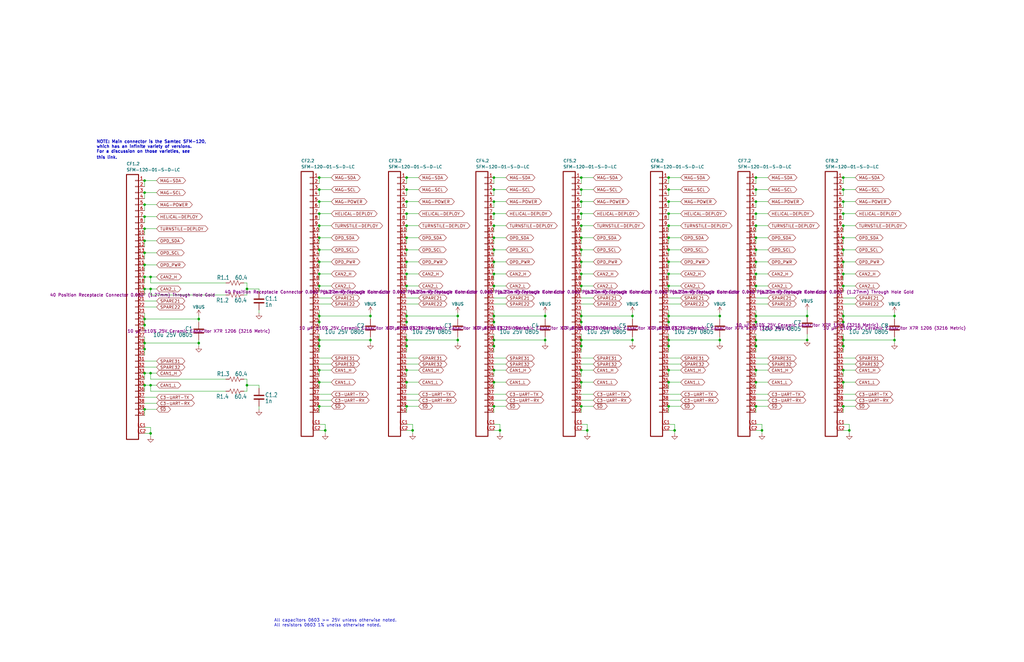
<source format=kicad_sch>
(kicad_sch (version 20250114) (generator "eeschema") (generator_version "9.0")
  (paper "USLedger")
  (title_block (title "OreSat1 2U Backplane") (date "2025-09-28") (rev "1.0") (company "Portland State Aerospace Society"))
  (text "NOTE: Main connector is the Samtec SFM-120, \nwhich has an infinite variety of versions.\nFor a discussion on those varieties, see" (at 40.64 64.77 0) (effects (font (size 1.27 1.27) (thickness 0.254) (bold yes)) (justify left bottom)))
  (text "All capacitors 0603 >= 25V unless otherwise noted.\nAll resistors 0603 1% unelss otherwise noted." (at 115.57 262.89 0) (effects (font (size 1.27 1.27)) (justify left)))
  (text "this link." (at 40.64 67.31 0) (effects (font (size 1.27 1.27) (thickness 0.254) (bold yes)) (justify left bottom)))
  (junction (at 281.94 133.35))
  (junction (at 318.77 105.41))
  (junction (at 171.45 171.45))
  (junction (at 247.65 181.61))
  (junction (at 245.11 100.33))
  (junction (at 134.62 110.49))
  (junction (at 208.28 120.65))
  (junction (at 134.62 85.09))
  (junction (at 266.7 133.35))
  (junction (at 281.94 146.05))
  (junction (at 281.94 95.25))
  (junction (at 63.5 162.56))
  (junction (at 245.11 135.89))
  (junction (at 208.28 110.49))
  (junction (at 171.45 110.49))
  (junction (at 245.11 115.57))
  (junction (at 134.62 100.33))
  (junction (at 355.6 143.51))
  (junction (at 208.28 74.93))
  (junction (at 355.6 95.25))
  (junction (at 340.36 133.35))
  (junction (at 318.77 133.35))
  (junction (at 208.28 80.01))
  (junction (at 83.82 144.78))
  (junction (at 60.96 147.32))
  (junction (at 104.14 121.92))
  (junction (at 245.11 161.29))
  (junction (at 208.28 143.51))
  (junction (at 171.45 85.09))
  (junction (at 208.28 156.21))
  (junction (at 171.45 90.17))
  (junction (at 245.11 143.51))
  (junction (at 245.11 133.35))
  (junction (at 60.96 86.36))
  (junction (at 60.96 76.2))
  (junction (at 171.45 135.89))
  (junction (at 63.5 116.84))
  (junction (at 208.28 146.05))
  (junction (at 318.77 143.51))
  (junction (at 245.11 110.49))
  (junction (at 281.94 171.45))
  (junction (at 171.45 161.29))
  (junction (at 171.45 156.21))
  (junction (at 134.62 156.21))
  (junction (at 318.77 80.01))
  (junction (at 303.53 143.51))
  (junction (at 60.96 172.72))
  (junction (at 208.28 100.33))
  (junction (at 355.6 171.45))
  (junction (at 245.11 85.09))
  (junction (at 137.16 181.61))
  (junction (at 208.28 90.17))
  (junction (at 355.6 100.33))
  (junction (at 281.94 110.49))
  (junction (at 156.21 143.51))
  (junction (at 60.96 137.16))
  (junction (at 134.62 133.35))
  (junction (at 134.62 90.17))
  (junction (at 318.77 100.33))
  (junction (at 281.94 100.33))
  (junction (at 60.96 157.48))
  (junction (at 63.5 157.48))
  (junction (at 208.28 105.41))
  (junction (at 318.77 146.05))
  (junction (at 134.62 80.01))
  (junction (at 134.62 135.89))
  (junction (at 245.11 95.25))
  (junction (at 208.28 85.09))
  (junction (at 318.77 171.45))
  (junction (at 281.94 115.57))
  (junction (at 377.19 143.51))
  (junction (at 355.6 85.09))
  (junction (at 171.45 100.33))
  (junction (at 355.6 90.17))
  (junction (at 281.94 161.29))
  (junction (at 281.94 85.09))
  (junction (at 63.5 121.92))
  (junction (at 134.62 74.93))
  (junction (at 193.04 143.51))
  (junction (at 281.94 80.01))
  (junction (at 318.77 90.17))
  (junction (at 318.77 115.57))
  (junction (at 318.77 120.65))
  (junction (at 281.94 120.65))
  (junction (at 208.28 135.89))
  (junction (at 208.28 171.45))
  (junction (at 245.11 74.93))
  (junction (at 60.96 121.92))
  (junction (at 284.48 181.61))
  (junction (at 134.62 146.05))
  (junction (at 340.36 143.51))
  (junction (at 318.77 95.25))
  (junction (at 377.19 133.35))
  (junction (at 245.11 146.05))
  (junction (at 171.45 143.51))
  (junction (at 355.6 115.57))
  (junction (at 318.77 74.93))
  (junction (at 173.99 181.61))
  (junction (at 60.96 106.68))
  (junction (at 229.87 133.35))
  (junction (at 355.6 161.29))
  (junction (at 266.7 143.51))
  (junction (at 134.62 115.57))
  (junction (at 134.62 120.65))
  (junction (at 229.87 143.51))
  (junction (at 63.5 182.88))
  (junction (at 193.04 133.35))
  (junction (at 355.6 74.93))
  (junction (at 134.62 143.51))
  (junction (at 60.96 81.28))
  (junction (at 171.45 74.93))
  (junction (at 355.6 110.49))
  (junction (at 245.11 120.65))
  (junction (at 318.77 156.21))
  (junction (at 321.31 181.61))
  (junction (at 355.6 146.05))
  (junction (at 134.62 105.41))
  (junction (at 355.6 133.35))
  (junction (at 355.6 120.65))
  (junction (at 245.11 156.21))
  (junction (at 60.96 111.76))
  (junction (at 60.96 116.84))
  (junction (at 171.45 115.57))
  (junction (at 60.96 144.78))
  (junction (at 60.96 101.6))
  (junction (at 355.6 80.01))
  (junction (at 134.62 171.45))
  (junction (at 134.62 161.29))
  (junction (at 281.94 156.21))
  (junction (at 318.77 110.49))
  (junction (at 245.11 80.01))
  (junction (at 245.11 105.41))
  (junction (at 171.45 105.41))
  (junction (at 60.96 162.56))
  (junction (at 171.45 146.05))
  (junction (at 281.94 90.17))
  (junction (at 134.62 95.25))
  (junction (at 318.77 85.09))
  (junction (at 281.94 105.41))
  (junction (at 171.45 80.01))
  (junction (at 83.82 134.62))
  (junction (at 104.14 162.56))
  (junction (at 171.45 95.25))
  (junction (at 208.28 133.35))
  (junction (at 281.94 143.51))
  (junction (at 318.77 135.89))
  (junction (at 318.77 161.29))
  (junction (at 60.96 134.62))
  (junction (at 355.6 135.89))
  (junction (at 60.96 91.44))
  (junction (at 355.6 105.41))
  (junction (at 60.96 96.52))
  (junction (at 303.53 133.35))
  (junction (at 245.11 90.17))
  (junction (at 358.14 181.61))
  (junction (at 210.82 181.61))
  (junction (at 281.94 135.89))
  (junction (at 281.94 74.93))
  (junction (at 208.28 95.25))
  (junction (at 245.11 171.45))
  (junction (at 171.45 120.65))
  (junction (at 208.28 161.29))
  (junction (at 156.21 133.35))
  (junction (at 208.28 115.57))
  (junction (at 171.45 133.35))
  (junction (at 355.6 156.21))
  (wire (pts (xy 355.6 90.17) (xy 360.68 90.17)))
  (wire (pts (xy 60.96 111.76) (xy 60.96 114.3)))
  (wire (pts (xy 358.14 181.61) (xy 358.14 182.88)))
  (wire (pts (xy 60.96 86.36) (xy 66.04 86.36)))
  (wire (pts (xy 208.28 90.17) (xy 213.36 90.17)))
  (wire (pts (xy 355.6 115.57) (xy 360.68 115.57)))
  (wire (pts (xy 213.36 120.65) (xy 208.28 120.65)))
  (wire (pts (xy 171.45 135.89) (xy 171.45 138.43)))
  (wire (pts (xy 377.19 143.51) (xy 377.19 144.78)))
  (wire (pts (xy 245.11 120.65) (xy 245.11 123.19)))
  (wire (pts (xy 134.62 143.51) (xy 156.21 143.51)))
  (wire (pts (xy 355.6 125.73) (xy 360.68 125.73)))
  (wire (pts (xy 60.96 91.44) (xy 66.04 91.44)))
  (wire (pts (xy 176.53 166.37) (xy 171.45 166.37)))
  (wire (pts (xy 104.14 119.38) (xy 104.14 121.92)))
  (wire (pts (xy 139.7 171.45) (xy 134.62 171.45)))
  (wire (pts (xy 60.96 86.36) (xy 60.96 88.9)))
  (wire (pts (xy 281.94 133.35) (xy 303.53 133.35)))
  (wire (pts (xy 245.11 80.01) (xy 250.19 80.01)))
  (wire (pts (xy 250.19 151.13) (xy 245.11 151.13)))
  (wire (pts (xy 60.96 142.24) (xy 60.96 144.78)))
  (wire (pts (xy 173.99 181.61) (xy 173.99 182.88)))
  (wire (pts (xy 208.28 168.91) (xy 213.36 168.91)))
  (wire (pts (xy 83.82 144.78) (xy 83.82 146.05)))
  (wire (pts (xy 323.85 153.67) (xy 318.77 153.67)))
  (wire (pts (xy 318.77 146.05) (xy 318.77 148.59)))
  (wire (pts (xy 60.96 172.72) (xy 60.96 175.26)))
  (wire (pts (xy 360.68 151.13) (xy 355.6 151.13)))
  (wire (pts (xy 355.6 135.89) (xy 355.6 138.43)))
  (wire (pts (xy 281.94 100.33) (xy 281.94 102.87)))
  (wire (pts (xy 176.53 156.21) (xy 171.45 156.21)))
  (wire (pts (xy 250.19 120.65) (xy 245.11 120.65)))
  (wire (pts (xy 355.6 133.35) (xy 355.6 130.81)))
  (wire (pts (xy 229.87 143.51) (xy 229.87 144.78)))
  (wire (pts (xy 134.62 143.51) (xy 134.62 146.05)))
  (wire (pts (xy 355.6 181.61) (xy 358.14 181.61)))
  (wire (pts (xy 171.45 85.09) (xy 171.45 87.63)))
  (wire (pts (xy 318.77 161.29) (xy 318.77 163.83)))
  (wire (pts (xy 176.53 100.33) (xy 171.45 100.33)))
  (wire (pts (xy 245.11 143.51) (xy 266.7 143.51)))
  (wire (pts (xy 139.7 105.41) (xy 134.62 105.41)))
  (wire (pts (xy 171.45 115.57) (xy 176.53 115.57)))
  (wire (pts (xy 355.6 110.49) (xy 355.6 113.03)))
  (wire (pts (xy 60.96 134.62) (xy 83.82 134.62)))
  (wire (pts (xy 360.68 156.21) (xy 355.6 156.21)))
  (wire (pts (xy 208.28 143.51) (xy 208.28 146.05)))
  (wire (pts (xy 66.04 167.64) (xy 60.96 167.64)))
  (wire (pts (xy 171.45 74.93) (xy 171.45 77.47)))
  (wire (pts (xy 281.94 115.57) (xy 281.94 118.11)))
  (wire (pts (xy 281.94 143.51) (xy 303.53 143.51)))
  (wire (pts (xy 134.62 90.17) (xy 134.62 92.71)))
  (wire (pts (xy 287.02 120.65) (xy 281.94 120.65)))
  (wire (pts (xy 213.36 95.25) (xy 208.28 95.25)))
  (wire (pts (xy 250.19 166.37) (xy 245.11 166.37)))
  (wire (pts (xy 281.94 120.65) (xy 281.94 123.19)))
  (wire (pts (xy 323.85 100.33) (xy 318.77 100.33)))
  (wire (pts (xy 139.7 110.49) (xy 134.62 110.49)))
  (wire (pts (xy 171.45 143.51) (xy 193.04 143.51)))
  (wire (pts (xy 287.02 151.13) (xy 281.94 151.13)))
  (wire (pts (xy 104.14 121.92) (xy 109.22 121.92)))
  (wire (pts (xy 139.7 166.37) (xy 134.62 166.37)))
  (wire (pts (xy 63.5 160.02) (xy 63.5 157.48)))
  (wire (pts (xy 208.28 143.51) (xy 229.87 143.51)))
  (wire (pts (xy 171.45 133.35) (xy 171.45 130.81)))
  (wire (pts (xy 287.02 95.25) (xy 281.94 95.25)))
  (wire (pts (xy 208.28 161.29) (xy 208.28 163.83)))
  (wire (pts (xy 63.5 157.48) (xy 60.96 157.48)))
  (wire (pts (xy 63.5 182.88) (xy 63.5 184.15)))
  (wire (pts (xy 281.94 133.35) (xy 281.94 135.89)))
  (wire (pts (xy 63.5 180.34) (xy 63.5 182.88)))
  (wire (pts (xy 134.62 74.93) (xy 134.62 77.47)))
  (wire (pts (xy 171.45 181.61) (xy 173.99 181.61)))
  (wire (pts (xy 208.28 156.21) (xy 208.28 158.75)))
  (wire (pts (xy 245.11 143.51) (xy 245.11 146.05)))
  (wire (pts (xy 355.6 140.97) (xy 355.6 143.51)))
  (wire (pts (xy 318.77 85.09) (xy 323.85 85.09)))
  (wire (pts (xy 321.31 179.07) (xy 321.31 181.61)))
  (wire (pts (xy 318.77 135.89) (xy 318.77 138.43)))
  (wire (pts (xy 355.6 133.35) (xy 355.6 135.89)))
  (wire (pts (xy 171.45 80.01) (xy 176.53 80.01)))
  (wire (pts (xy 355.6 146.05) (xy 355.6 148.59)))
  (wire (pts (xy 355.6 95.25) (xy 355.6 97.79)))
  (wire (pts (xy 355.6 128.27) (xy 360.68 128.27)))
  (wire (pts (xy 60.96 91.44) (xy 60.96 93.98)))
  (wire (pts (xy 250.19 110.49) (xy 245.11 110.49)))
  (wire (pts (xy 281.94 85.09) (xy 281.94 87.63)))
  (wire (pts (xy 281.94 80.01) (xy 287.02 80.01)))
  (wire (pts (xy 208.28 115.57) (xy 213.36 115.57)))
  (wire (pts (xy 134.62 133.35) (xy 134.62 130.81)))
  (wire (pts (xy 318.77 80.01) (xy 323.85 80.01)))
  (wire (pts (xy 134.62 115.57) (xy 139.7 115.57)))
  (wire (pts (xy 60.96 182.88) (xy 63.5 182.88)))
  (wire (pts (xy 60.96 157.48) (xy 60.96 160.02)))
  (wire (pts (xy 303.53 142.24) (xy 303.53 143.51)))
  (wire (pts (xy 245.11 161.29) (xy 245.11 163.83)))
  (wire (pts (xy 245.11 115.57) (xy 250.19 115.57)))
  (wire (pts (xy 60.96 137.16) (xy 60.96 139.7)))
  (wire (pts (xy 104.14 160.02) (xy 104.14 162.56)))
  (wire (pts (xy 266.7 143.51) (xy 266.7 144.78)))
  (wire (pts (xy 213.36 171.45) (xy 208.28 171.45)))
  (wire (pts (xy 281.94 143.51) (xy 281.94 146.05)))
  (wire (pts (xy 377.19 133.35) (xy 377.19 134.62)))
  (wire (pts (xy 287.02 105.41) (xy 281.94 105.41)))
  (wire (pts (xy 250.19 105.41) (xy 245.11 105.41)))
  (wire (pts (xy 245.11 100.33) (xy 245.11 102.87)))
  (wire (pts (xy 109.22 130.81) (xy 109.22 132.08)))
  (wire (pts (xy 104.14 162.56) (xy 104.14 165.1)))
  (wire (pts (xy 266.7 133.35) (xy 266.7 134.62)))
  (wire (pts (xy 281.94 80.01) (xy 281.94 82.55)))
  (wire (pts (xy 303.53 143.51) (xy 303.53 144.78)))
  (wire (pts (xy 281.94 161.29) (xy 281.94 163.83)))
  (wire (pts (xy 134.62 156.21) (xy 134.62 158.75)))
  (wire (pts (xy 134.62 80.01) (xy 134.62 82.55)))
  (wire (pts (xy 355.6 115.57) (xy 355.6 118.11)))
  (wire (pts (xy 60.96 144.78) (xy 60.96 147.32)))
  (wire (pts (xy 134.62 171.45) (xy 134.62 173.99)))
  (wire (pts (xy 63.5 116.84) (xy 63.5 119.38)))
  (wire (pts (xy 109.22 163.83) (xy 109.22 162.56)))
  (wire (pts (xy 340.36 133.35) (xy 340.36 130.81)))
  (wire (pts (xy 134.62 85.09) (xy 134.62 87.63)))
  (wire (pts (xy 208.28 90.17) (xy 208.28 92.71)))
  (wire (pts (xy 323.85 156.21) (xy 318.77 156.21)))
  (wire (pts (xy 318.77 133.35) (xy 318.77 135.89)))
  (wire (pts (xy 208.28 105.41) (xy 208.28 107.95)))
  (wire (pts (xy 250.19 95.25) (xy 245.11 95.25)))
  (wire (pts (xy 318.77 80.01) (xy 318.77 82.55)))
  (wire (pts (xy 358.14 179.07) (xy 358.14 181.61)))
  (wire (pts (xy 360.68 120.65) (xy 355.6 120.65)))
  (wire (pts (xy 318.77 171.45) (xy 318.77 173.99)))
  (wire (pts (xy 176.53 171.45) (xy 171.45 171.45)))
  (wire (pts (xy 208.28 146.05) (xy 208.28 148.59)))
  (wire (pts (xy 171.45 80.01) (xy 171.45 82.55)))
  (wire (pts (xy 281.94 115.57) (xy 287.02 115.57)))
  (wire (pts (xy 377.19 142.24) (xy 377.19 143.51)))
  (wire (pts (xy 134.62 105.41) (xy 134.62 107.95)))
  (wire (pts (xy 171.45 85.09) (xy 176.53 85.09)))
  (wire (pts (xy 208.28 100.33) (xy 208.28 102.87)))
  (wire (pts (xy 134.62 161.29) (xy 134.62 163.83)))
  (wire (pts (xy 247.65 179.07) (xy 247.65 181.61)))
  (wire (pts (xy 245.11 133.35) (xy 245.11 130.81)))
  (wire (pts (xy 281.94 146.05) (xy 281.94 148.59)))
  (wire (pts (xy 104.14 121.92) (xy 104.14 124.46)))
  (wire (pts (xy 208.28 133.35) (xy 229.87 133.35)))
  (wire (pts (xy 318.77 143.51) (xy 318.77 146.05)))
  (wire (pts (xy 176.53 161.29) (xy 171.45 161.29)))
  (wire (pts (xy 281.94 156.21) (xy 281.94 158.75)))
  (wire (pts (xy 287.02 100.33) (xy 281.94 100.33)))
  (wire (pts (xy 281.94 179.07) (xy 284.48 179.07)))
  (wire (pts (xy 323.85 120.65) (xy 318.77 120.65)))
  (wire (pts (xy 355.6 171.45) (xy 355.6 173.99)))
  (wire (pts (xy 171.45 161.29) (xy 171.45 163.83)))
  (wire (pts (xy 60.96 76.2) (xy 66.04 76.2)))
  (wire (pts (xy 303.53 133.35) (xy 303.53 132.08)))
  (wire (pts (xy 360.68 166.37) (xy 355.6 166.37)))
  (wire (pts (xy 134.62 128.27) (xy 139.7 128.27)))
  (wire (pts (xy 360.68 105.41) (xy 355.6 105.41)))
  (wire (pts (xy 355.6 168.91) (xy 360.68 168.91)))
  (wire (pts (xy 134.62 179.07) (xy 137.16 179.07)))
  (wire (pts (xy 355.6 74.93) (xy 355.6 77.47)))
  (wire (pts (xy 245.11 181.61) (xy 247.65 181.61)))
  (wire (pts (xy 323.85 166.37) (xy 318.77 166.37)))
  (wire (pts (xy 355.6 80.01) (xy 355.6 82.55)))
  (wire (pts (xy 287.02 110.49) (xy 281.94 110.49)))
  (wire (pts (xy 287.02 156.21) (xy 281.94 156.21)))
  (wire (pts (xy 208.28 80.01) (xy 208.28 82.55)))
  (wire (pts (xy 171.45 100.33) (xy 171.45 102.87)))
  (wire (pts (xy 139.7 151.13) (xy 134.62 151.13)))
  (wire (pts (xy 245.11 179.07) (xy 247.65 179.07)))
  (wire (pts (xy 360.68 153.67) (xy 355.6 153.67)))
  (wire (pts (xy 284.48 181.61) (xy 284.48 182.88)))
  (wire (pts (xy 60.96 121.92) (xy 60.96 124.46)))
  (wire (pts (xy 287.02 161.29) (xy 281.94 161.29)))
  (wire (pts (xy 318.77 85.09) (xy 318.77 87.63)))
  (wire (pts (xy 360.68 171.45) (xy 355.6 171.45)))
  (wire (pts (xy 208.28 133.35) (xy 208.28 130.81)))
  (wire (pts (xy 355.6 161.29) (xy 355.6 163.83)))
  (wire (pts (xy 83.82 134.62) (xy 83.82 133.35)))
  (wire (pts (xy 171.45 128.27) (xy 176.53 128.27)))
  (wire (pts (xy 318.77 181.61) (xy 321.31 181.61)))
  (wire (pts (xy 139.7 95.25) (xy 134.62 95.25)))
  (wire (pts (xy 360.68 100.33) (xy 355.6 100.33)))
  (wire (pts (xy 250.19 161.29) (xy 245.11 161.29)))
  (wire (pts (xy 213.36 153.67) (xy 208.28 153.67)))
  (wire (pts (xy 281.94 85.09) (xy 287.02 85.09)))
  (wire (pts (xy 245.11 168.91) (xy 250.19 168.91)))
  (wire (pts (xy 287.02 171.45) (xy 281.94 171.45)))
  (wire (pts (xy 245.11 85.09) (xy 245.11 87.63)))
  (wire (pts (xy 318.77 143.51) (xy 340.36 143.51)))
  (wire (pts (xy 139.7 100.33) (xy 134.62 100.33)))
  (wire (pts (xy 323.85 110.49) (xy 318.77 110.49)))
  (wire (pts (xy 281.94 133.35) (xy 281.94 130.81)))
  (wire (pts (xy 318.77 156.21) (xy 318.77 158.75)))
  (wire (pts (xy 156.21 142.24) (xy 156.21 143.51)))
  (wire (pts (xy 171.45 120.65) (xy 171.45 123.19)))
  (wire (pts (xy 208.28 133.35) (xy 208.28 135.89)))
  (wire (pts (xy 171.45 133.35) (xy 193.04 133.35)))
  (wire (pts (xy 208.28 125.73) (xy 213.36 125.73)))
  (wire (pts (xy 213.36 110.49) (xy 208.28 110.49)))
  (wire (pts (xy 134.62 140.97) (xy 134.62 143.51)))
  (wire (pts (xy 355.6 100.33) (xy 355.6 102.87)))
  (wire (pts (xy 171.45 133.35) (xy 171.45 135.89)))
  (wire (pts (xy 210.82 181.61) (xy 210.82 182.88)))
  (wire (pts (xy 245.11 85.09) (xy 250.19 85.09)))
  (wire (pts (xy 245.11 74.93) (xy 250.19 74.93)))
  (wire (pts (xy 171.45 171.45) (xy 171.45 173.99)))
  (wire (pts (xy 134.62 146.05) (xy 134.62 148.59)))
  (wire (pts (xy 63.5 165.1) (xy 95.25 165.1)))
  (wire (pts (xy 360.68 161.29) (xy 355.6 161.29)))
  (wire (pts (xy 134.62 133.35) (xy 134.62 135.89)))
  (wire (pts (xy 318.77 133.35) (xy 318.77 130.81)))
  (wire (pts (xy 134.62 115.57) (xy 134.62 118.11)))
  (wire (pts (xy 66.04 162.56) (xy 63.5 162.56)))
  (wire (pts (xy 318.77 125.73) (xy 323.85 125.73)))
  (wire (pts (xy 323.85 151.13) (xy 318.77 151.13)))
  (wire (pts (xy 323.85 171.45) (xy 318.77 171.45)))
  (wire (pts (xy 281.94 135.89) (xy 281.94 138.43)))
  (wire (pts (xy 355.6 90.17) (xy 355.6 92.71)))
  (wire (pts (xy 60.96 162.56) (xy 60.96 165.1)))
  (wire (pts (xy 318.77 133.35) (xy 340.36 133.35)))
  (wire (pts (xy 193.04 133.35) (xy 193.04 134.62)))
  (wire (pts (xy 281.94 95.25) (xy 281.94 97.79)))
  (wire (pts (xy 208.28 80.01) (xy 213.36 80.01)))
  (wire (pts (xy 173.99 179.07) (xy 173.99 181.61)))
  (wire (pts (xy 171.45 168.91) (xy 176.53 168.91)))
  (wire (pts (xy 134.62 74.93) (xy 139.7 74.93)))
  (wire (pts (xy 208.28 110.49) (xy 208.28 113.03)))
  (wire (pts (xy 171.45 74.93) (xy 176.53 74.93)))
  (wire (pts (xy 171.45 105.41) (xy 171.45 107.95)))
  (wire (pts (xy 208.28 181.61) (xy 210.82 181.61)))
  (wire (pts (xy 245.11 128.27) (xy 250.19 128.27)))
  (wire (pts (xy 318.77 120.65) (xy 318.77 123.19)))
  (wire (pts (xy 63.5 160.02) (xy 95.25 160.02)))
  (wire (pts (xy 134.62 181.61) (xy 137.16 181.61)))
  (wire (pts (xy 318.77 74.93) (xy 323.85 74.93)))
  (wire (pts (xy 281.94 90.17) (xy 281.94 92.71)))
  (wire (pts (xy 213.36 166.37) (xy 208.28 166.37)))
  (wire (pts (xy 60.96 96.52) (xy 60.96 99.06)))
  (wire (pts (xy 171.45 143.51) (xy 171.45 146.05)))
  (wire (pts (xy 66.04 106.68) (xy 60.96 106.68)))
  (wire (pts (xy 171.45 125.73) (xy 176.53 125.73)))
  (wire (pts (xy 171.45 115.57) (xy 171.45 118.11)))
  (wire (pts (xy 139.7 153.67) (xy 134.62 153.67)))
  (wire (pts (xy 355.6 143.51) (xy 377.19 143.51)))
  (wire (pts (xy 281.94 140.97) (xy 281.94 143.51)))
  (wire (pts (xy 60.96 81.28) (xy 66.04 81.28)))
  (wire (pts (xy 208.28 128.27) (xy 213.36 128.27)))
  (wire (pts (xy 247.65 181.61) (xy 247.65 182.88)))
  (wire (pts (xy 171.45 146.05) (xy 171.45 148.59)))
  (wire (pts (xy 171.45 90.17) (xy 176.53 90.17)))
  (wire (pts (xy 66.04 101.6) (xy 60.96 101.6)))
  (wire (pts (xy 245.11 115.57) (xy 245.11 118.11)))
  (wire (pts (xy 60.96 134.62) (xy 60.96 137.16)))
  (wire (pts (xy 355.6 80.01) (xy 360.68 80.01)))
  (wire (pts (xy 250.19 156.21) (xy 245.11 156.21)))
  (wire (pts (xy 193.04 142.24) (xy 193.04 143.51)))
  (wire (pts (xy 60.96 116.84) (xy 60.96 119.38)))
  (wire (pts (xy 83.82 134.62) (xy 83.82 135.89)))
  (wire (pts (xy 355.6 85.09) (xy 360.68 85.09)))
  (wire (pts (xy 245.11 146.05) (xy 245.11 148.59)))
  (wire (pts (xy 102.87 165.1) (xy 104.14 165.1)))
  (wire (pts (xy 208.28 85.09) (xy 208.28 87.63)))
  (wire (pts (xy 134.62 168.91) (xy 139.7 168.91)))
  (wire (pts (xy 318.77 90.17) (xy 323.85 90.17)))
  (wire (pts (xy 318.77 140.97) (xy 318.77 143.51)))
  (wire (pts (xy 60.96 170.18) (xy 66.04 170.18)))
  (wire (pts (xy 245.11 133.35) (xy 245.11 135.89)))
  (wire (pts (xy 134.62 110.49) (xy 134.62 113.03)))
  (wire (pts (xy 281.94 128.27) (xy 287.02 128.27)))
  (wire (pts (xy 355.6 179.07) (xy 358.14 179.07)))
  (wire (pts (xy 245.11 171.45) (xy 245.11 173.99)))
  (wire (pts (xy 134.62 125.73) (xy 139.7 125.73)))
  (wire (pts (xy 245.11 110.49) (xy 245.11 113.03)))
  (wire (pts (xy 139.7 156.21) (xy 134.62 156.21)))
  (wire (pts (xy 208.28 140.97) (xy 208.28 143.51)))
  (wire (pts (xy 63.5 165.1) (xy 63.5 162.56)))
  (wire (pts (xy 63.5 162.56) (xy 60.96 162.56)))
  (wire (pts (xy 377.19 133.35) (xy 377.19 132.08)))
  (wire (pts (xy 66.04 157.48) (xy 63.5 157.48)))
  (wire (pts (xy 323.85 95.25) (xy 318.77 95.25)))
  (wire (pts (xy 281.94 74.93) (xy 287.02 74.93)))
  (wire (pts (xy 156.21 143.51) (xy 156.21 144.78)))
  (wire (pts (xy 109.22 121.92) (xy 109.22 123.19)))
  (wire (pts (xy 318.77 128.27) (xy 323.85 128.27)))
  (wire (pts (xy 171.45 140.97) (xy 171.45 143.51)))
  (wire (pts (xy 66.04 152.4) (xy 60.96 152.4)))
  (wire (pts (xy 229.87 133.35) (xy 229.87 132.08)))
  (wire (pts (xy 245.11 105.41) (xy 245.11 107.95)))
  (wire (pts (xy 66.04 121.92) (xy 63.5 121.92)))
  (wire (pts (xy 281.94 181.61) (xy 284.48 181.61)))
  (wire (pts (xy 229.87 142.24) (xy 229.87 143.51)))
  (wire (pts (xy 213.36 100.33) (xy 208.28 100.33)))
  (wire (pts (xy 245.11 90.17) (xy 250.19 90.17)))
  (wire (pts (xy 321.31 181.61) (xy 321.31 182.88)))
  (wire (pts (xy 104.14 162.56) (xy 109.22 162.56)))
  (wire (pts (xy 176.53 151.13) (xy 171.45 151.13)))
  (wire (pts (xy 134.62 80.01) (xy 139.7 80.01)))
  (wire (pts (xy 137.16 179.07) (xy 137.16 181.61)))
  (wire (pts (xy 355.6 85.09) (xy 355.6 87.63)))
  (wire (pts (xy 102.87 160.02) (xy 104.14 160.02)))
  (wire (pts (xy 318.77 74.93) (xy 318.77 77.47)))
  (wire (pts (xy 176.53 105.41) (xy 171.45 105.41)))
  (wire (pts (xy 245.11 156.21) (xy 245.11 158.75)))
  (wire (pts (xy 318.77 115.57) (xy 323.85 115.57)))
  (wire (pts (xy 210.82 179.07) (xy 210.82 181.61)))
  (wire (pts (xy 318.77 168.91) (xy 323.85 168.91)))
  (wire (pts (xy 323.85 105.41) (xy 318.77 105.41)))
  (wire (pts (xy 318.77 95.25) (xy 318.77 97.79)))
  (wire (pts (xy 102.87 119.38) (xy 104.14 119.38)))
  (wire (pts (xy 139.7 120.65) (xy 134.62 120.65)))
  (wire (pts (xy 250.19 153.67) (xy 245.11 153.67)))
  (wire (pts (xy 281.94 90.17) (xy 287.02 90.17)))
  (wire (pts (xy 281.94 168.91) (xy 287.02 168.91)))
  (wire (pts (xy 66.04 96.52) (xy 60.96 96.52)))
  (wire (pts (xy 66.04 154.94) (xy 60.96 154.94)))
  (wire (pts (xy 60.96 127) (xy 66.04 127)))
  (wire (pts (xy 63.5 116.84) (xy 66.04 116.84)))
  (wire (pts (xy 340.36 140.97) (xy 340.36 143.51)))
  (wire (pts (xy 213.36 156.21) (xy 208.28 156.21)))
  (wire (pts (xy 303.53 133.35) (xy 303.53 134.62)))
  (wire (pts (xy 318.77 100.33) (xy 318.77 102.87)))
  (wire (pts (xy 208.28 74.93) (xy 208.28 77.47)))
  (wire (pts (xy 318.77 179.07) (xy 321.31 179.07)))
  (wire (pts (xy 171.45 110.49) (xy 171.45 113.03)))
  (wire (pts (xy 355.6 156.21) (xy 355.6 158.75)))
  (wire (pts (xy 66.04 172.72) (xy 60.96 172.72)))
  (wire (pts (xy 63.5 124.46) (xy 95.25 124.46)))
  (wire (pts (xy 281.94 125.73) (xy 287.02 125.73)))
  (wire (pts (xy 60.96 144.78) (xy 83.82 144.78)))
  (wire (pts (xy 360.68 110.49) (xy 355.6 110.49)))
  (wire (pts (xy 60.96 116.84) (xy 63.5 116.84)))
  (wire (pts (xy 208.28 95.25) (xy 208.28 97.79)))
  (wire (pts (xy 193.04 133.35) (xy 193.04 132.08)))
  (wire (pts (xy 176.53 110.49) (xy 171.45 110.49)))
  (wire (pts (xy 134.62 90.17) (xy 139.7 90.17)))
  (wire (pts (xy 60.96 132.08) (xy 60.96 134.62)))
  (wire (pts (xy 156.21 133.35) (xy 156.21 132.08)))
  (wire (pts (xy 213.36 161.29) (xy 208.28 161.29)))
  (wire (pts (xy 134.62 95.25) (xy 134.62 97.79)))
  (wire (pts (xy 171.45 156.21) (xy 171.45 158.75)))
  (wire (pts (xy 245.11 125.73) (xy 250.19 125.73)))
  (wire (pts (xy 102.87 124.46) (xy 104.14 124.46)))
  (wire (pts (xy 60.96 76.2) (xy 60.96 78.74)))
  (wire (pts (xy 208.28 135.89) (xy 208.28 138.43)))
  (wire (pts (xy 134.62 133.35) (xy 156.21 133.35)))
  (wire (pts (xy 323.85 161.29) (xy 318.77 161.29)))
  (wire (pts (xy 60.96 180.34) (xy 63.5 180.34)))
  (wire (pts (xy 229.87 133.35) (xy 229.87 134.62)))
  (wire (pts (xy 250.19 100.33) (xy 245.11 100.33)))
  (wire (pts (xy 176.53 95.25) (xy 171.45 95.25)))
  (wire (pts (xy 176.53 153.67) (xy 171.45 153.67)))
  (wire (pts (xy 208.28 85.09) (xy 213.36 85.09)))
  (wire (pts (xy 245.11 80.01) (xy 245.11 82.55)))
  (wire (pts (xy 245.11 133.35) (xy 266.7 133.35)))
  (wire (pts (xy 266.7 142.24) (xy 266.7 143.51)))
  (wire (pts (xy 287.02 153.67) (xy 281.94 153.67)))
  (wire (pts (xy 208.28 171.45) (xy 208.28 173.99)))
  (wire (pts (xy 245.11 135.89) (xy 245.11 138.43)))
  (wire (pts (xy 63.5 121.92) (xy 60.96 121.92)))
  (wire (pts (xy 139.7 161.29) (xy 134.62 161.29)))
  (wire (pts (xy 137.16 181.61) (xy 137.16 182.88)))
  (wire (pts (xy 60.96 101.6) (xy 60.96 104.14)))
  (wire (pts (xy 281.94 110.49) (xy 281.94 113.03)))
  (wire (pts (xy 63.5 119.38) (xy 95.25 119.38)))
  (wire (pts (xy 281.94 74.93) (xy 281.94 77.47)))
  (wire (pts (xy 355.6 120.65) (xy 355.6 123.19)))
  (wire (pts (xy 66.04 111.76) (xy 60.96 111.76)))
  (wire (pts (xy 360.68 95.25) (xy 355.6 95.25)))
  (wire (pts (xy 63.5 121.92) (xy 63.5 124.46)))
  (wire (pts (xy 171.45 90.17) (xy 171.45 92.71)))
  (wire (pts (xy 134.62 135.89) (xy 134.62 138.43)))
  (wire (pts (xy 213.36 105.41) (xy 208.28 105.41)))
  (wire (pts (xy 250.19 171.45) (xy 245.11 171.45)))
  (wire (pts (xy 355.6 74.93) (xy 360.68 74.93)))
  (wire (pts (xy 208.28 115.57) (xy 208.28 118.11)))
  (wire (pts (xy 245.11 90.17) (xy 245.11 92.71)))
  (wire (pts (xy 208.28 120.65) (xy 208.28 123.19)))
  (wire (pts (xy 83.82 143.51) (xy 83.82 144.78)))
  (wire (pts (xy 284.48 179.07) (xy 284.48 181.61)))
  (wire (pts (xy 208.28 179.07) (xy 210.82 179.07)))
  (wire (pts (xy 109.22 171.45) (xy 109.22 172.72)))
  (wire (pts (xy 213.36 151.13) (xy 208.28 151.13)))
  (wire (pts (xy 208.28 74.93) (xy 213.36 74.93)))
  (wire (pts (xy 318.77 110.49) (xy 318.77 113.03)))
  (wire (pts (xy 60.96 106.68) (xy 60.96 109.22)))
  (wire (pts (xy 60.96 129.54) (xy 66.04 129.54)))
  (wire (pts (xy 134.62 120.65) (xy 134.62 123.19)))
  (wire (pts (xy 281.94 171.45) (xy 281.94 173.99)))
  (wire (pts (xy 355.6 143.51) (xy 355.6 146.05)))
  (wire (pts (xy 318.77 90.17) (xy 318.77 92.71)))
  (wire (pts (xy 245.11 74.93) (xy 245.11 77.47)))
  (wire (pts (xy 266.7 133.35) (xy 266.7 132.08)))
  (wire (pts (xy 318.77 115.57) (xy 318.77 118.11)))
  (wire (pts (xy 134.62 85.09) (xy 139.7 85.09)))
  (wire (pts (xy 134.62 100.33) (xy 134.62 102.87)))
  (wire (pts (xy 60.96 81.28) (xy 60.96 83.82)))
  (wire (pts (xy 355.6 133.35) (xy 377.19 133.35)))
  (wire (pts (xy 287.02 166.37) (xy 281.94 166.37)))
  (wire (pts (xy 245.11 140.97) (xy 245.11 143.51)))
  (wire (pts (xy 156.21 133.35) (xy 156.21 134.62)))
  (wire (pts (xy 171.45 95.25) (xy 171.45 97.79)))
  (wire (pts (xy 355.6 105.41) (xy 355.6 107.95)))
  (wire (pts (xy 245.11 95.25) (xy 245.11 97.79)))
  (wire (pts (xy 171.45 179.07) (xy 173.99 179.07)))
  (wire (pts (xy 60.96 147.32) (xy 60.96 149.86)))
  (wire (pts (xy 281.94 105.41) (xy 281.94 107.95)))
  (wire (pts (xy 176.53 120.65) (xy 171.45 120.65)))
  (wire (pts (xy 318.77 105.41) (xy 318.77 107.95)))
  (wire (pts (xy 193.04 143.51) (xy 193.04 144.78)))
  (global_label "CAN2_H" (shape bidirectional) (at 213.36 115.57 0) (effects (font (size 1.2446 1.2446))) (property "Intersheetrefs" "${INTERSHEET_REFS}" (effects (hide yes))))
  (global_label "~{SD}" (shape bidirectional) (at 213.36 171.45 0) (effects (font (size 1.2446 1.2446))) (property "Intersheetrefs" "${INTERSHEET_REFS}" (effects (hide yes))))
  (global_label "CAN2_L" (shape bidirectional) (at 250.19 120.65 0) (effects (font (size 1.2446 1.2446))) (property "Intersheetrefs" "${INTERSHEET_REFS}" (effects (hide yes))))
  (global_label "HELICAL-DEPLOY" (shape bidirectional) (at 176.53 90.17 0) (effects (font (size 1.2446 1.2446))) (property "Intersheetrefs" "${INTERSHEET_REFS}" (effects (hide yes))))
  (global_label "HELICAL-DEPLOY" (shape bidirectional) (at 323.85 90.17 0) (effects (font (size 1.2446 1.2446))) (property "Intersheetrefs" "${INTERSHEET_REFS}" (effects (hide yes))))
  (global_label "CAN1_H" (shape bidirectional) (at 287.02 156.21 0) (effects (font (size 1.2446 1.2446))) (property "Intersheetrefs" "${INTERSHEET_REFS}" (effects (hide yes))))
  (global_label "CAN2_H" (shape bidirectional) (at 139.7 115.57 0) (effects (font (size 1.2446 1.2446))) (property "Intersheetrefs" "${INTERSHEET_REFS}" (effects (hide yes))))
  (global_label "C3-UART-TX" (shape bidirectional) (at 139.7 166.37 0) (effects (font (size 1.2446 1.2446))) (property "Intersheetrefs" "${INTERSHEET_REFS}" (effects (hide yes))))
  (global_label "CAN2_H" (shape bidirectional) (at 360.68 115.57 0) (effects (font (size 1.2446 1.2446))) (property "Intersheetrefs" "${INTERSHEET_REFS}" (effects (hide yes))))
  (global_label "MAG-SDA" (shape bidirectional) (at 323.85 74.93 0) (effects (font (size 1.2446 1.2446))) (property "Intersheetrefs" "${INTERSHEET_REFS}" (effects (hide yes))))
  (global_label "MAG-POWER" (shape bidirectional) (at 287.02 85.09 0) (effects (font (size 1.2446 1.2446))) (property "Intersheetrefs" "${INTERSHEET_REFS}" (effects (hide yes))))
  (global_label "MAG-POWER" (shape bidirectional) (at 250.19 85.09 0) (effects (font (size 1.2446 1.2446))) (property "Intersheetrefs" "${INTERSHEET_REFS}" (effects (hide yes))))
  (global_label "CAN1_H" (shape bidirectional) (at 250.19 156.21 0) (effects (font (size 1.2446 1.2446))) (property "Intersheetrefs" "${INTERSHEET_REFS}" (effects (hide yes))))
  (global_label "MAG-SCL" (shape bidirectional) (at 323.85 80.01 0) (effects (font (size 1.2446 1.2446))) (property "Intersheetrefs" "${INTERSHEET_REFS}" (effects (hide yes))))
  (global_label "SPARE22" (shape bidirectional) (at 213.36 128.27 0) (property "Intersheetrefs" "${INTERSHEET_REFS}" (effects (hide yes))))
  (global_label "SPARE21" (shape bidirectional) (at 66.04 127 0) (property "Intersheetrefs" "${INTERSHEET_REFS}" (effects (hide yes))))
  (global_label "MAG-POWER" (shape bidirectional) (at 176.53 85.09 0) (effects (font (size 1.2446 1.2446))) (property "Intersheetrefs" "${INTERSHEET_REFS}" (effects (hide yes))))
  (global_label "C3-UART-TX" (shape bidirectional) (at 213.36 166.37 0) (effects (font (size 1.2446 1.2446))) (property "Intersheetrefs" "${INTERSHEET_REFS}" (effects (hide yes))))
  (global_label "SPARE32" (shape bidirectional) (at 287.02 153.67 0) (property "Intersheetrefs" "${INTERSHEET_REFS}" (effects (hide yes))))
  (global_label "SPARE31" (shape bidirectional) (at 139.7 151.13 0) (property "Intersheetrefs" "${INTERSHEET_REFS}" (effects (hide yes))))
  (global_label "SPARE32" (shape bidirectional) (at 360.68 153.67 0) (property "Intersheetrefs" "${INTERSHEET_REFS}" (effects (hide yes))))
  (global_label "TURNSTILE-DEPLOY" (shape bidirectional) (at 360.68 95.25 0) (effects (font (size 1.2446 1.2446))) (property "Intersheetrefs" "${INTERSHEET_REFS}" (effects (hide yes))))
  (global_label "OPD_SDA" (shape bidirectional) (at 213.36 100.33 0) (effects (font (size 1.2446 1.2446))) (property "Intersheetrefs" "${INTERSHEET_REFS}" (effects (hide yes))))
  (global_label "CAN2_H" (shape bidirectional) (at 250.19 115.57 0) (effects (font (size 1.2446 1.2446))) (property "Intersheetrefs" "${INTERSHEET_REFS}" (effects (hide yes))))
  (global_label "MAG-SCL" (shape bidirectional) (at 213.36 80.01 0) (effects (font (size 1.2446 1.2446))) (property "Intersheetrefs" "${INTERSHEET_REFS}" (effects (hide yes))))
  (global_label "OPD_SCL" (shape bidirectional) (at 66.04 106.68 0) (effects (font (size 1.2446 1.2446))) (property "Intersheetrefs" "${INTERSHEET_REFS}" (effects (hide yes))))
  (global_label "SPARE21" (shape bidirectional) (at 250.19 125.73 0) (property "Intersheetrefs" "${INTERSHEET_REFS}" (effects (hide yes))))
  (global_label "CAN1_H" (shape bidirectional) (at 213.36 156.21 0) (effects (font (size 1.2446 1.2446))) (property "Intersheetrefs" "${INTERSHEET_REFS}" (effects (hide yes))))
  (global_label "OPD_SDA" (shape bidirectional) (at 323.85 100.33 0) (effects (font (size 1.2446 1.2446))) (property "Intersheetrefs" "${INTERSHEET_REFS}" (effects (hide yes))))
  (global_label "TURNSTILE-DEPLOY" (shape bidirectional) (at 66.04 96.52 0) (effects (font (size 1.2446 1.2446))) (property "Intersheetrefs" "${INTERSHEET_REFS}" (effects (hide yes))))
  (global_label "MAG-SDA" (shape bidirectional) (at 250.19 74.93 0) (effects (font (size 1.2446 1.2446))) (property "Intersheetrefs" "${INTERSHEET_REFS}" (effects (hide yes))))
  (global_label "OPD_SDA" (shape bidirectional) (at 360.68 100.33 0) (effects (font (size 1.2446 1.2446))) (property "Intersheetrefs" "${INTERSHEET_REFS}" (effects (hide yes))))
  (global_label "CAN1_L" (shape bidirectional) (at 213.36 161.29 0) (effects (font (size 1.2446 1.2446))) (property "Intersheetrefs" "${INTERSHEET_REFS}" (effects (hide yes))))
  (global_label "CAN1_L" (shape bidirectional) (at 287.02 161.29 0) (effects (font (size 1.2446 1.2446))) (property "Intersheetrefs" "${INTERSHEET_REFS}" (effects (hide yes))))
  (global_label "OPD_PWR" (shape bidirectional) (at 66.04 111.76 0) (effects (font (size 1.2446 1.2446))) (property "Intersheetrefs" "${INTERSHEET_REFS}" (effects (hide yes))))
  (global_label "SPARE32" (shape bidirectional) (at 250.19 153.67 0) (property "Intersheetrefs" "${INTERSHEET_REFS}" (effects (hide yes))))
  (global_label "C3-UART-RX" (shape bidirectional) (at 287.02 168.91 0) (effects (font (size 1.2446 1.2446))) (property "Intersheetrefs" "${INTERSHEET_REFS}" (effects (hide yes))))
  (global_label "SPARE32" (shape bidirectional) (at 66.04 154.94 0) (property "Intersheetrefs" "${INTERSHEET_REFS}" (effects (hide yes))))
  (global_label "C3-UART-RX" (shape bidirectional) (at 323.85 168.91 0) (effects (font (size 1.2446 1.2446))) (property "Intersheetrefs" "${INTERSHEET_REFS}" (effects (hide yes))))
  (global_label "CAN1_L" (shape bidirectional) (at 323.85 161.29 0) (effects (font (size 1.2446 1.2446))) (property "Intersheetrefs" "${INTERSHEET_REFS}" (effects (hide yes))))
  (global_label "SPARE21" (shape bidirectional) (at 139.7 125.73 0) (property "Intersheetrefs" "${INTERSHEET_REFS}" (effects (hide yes))))
  (global_label "OPD_SDA" (shape bidirectional) (at 287.02 100.33 0) (effects (font (size 1.2446 1.2446))) (property "Intersheetrefs" "${INTERSHEET_REFS}" (effects (hide yes))))
  (global_label "SPARE32" (shape bidirectional) (at 213.36 153.67 0) (property "Intersheetrefs" "${INTERSHEET_REFS}" (effects (hide yes))))
  (global_label "C3-UART-TX" (shape bidirectional) (at 323.85 166.37 0) (effects (font (size 1.2446 1.2446))) (property "Intersheetrefs" "${INTERSHEET_REFS}" (effects (hide yes))))
  (global_label "SPARE21" (shape bidirectional) (at 176.53 125.73 0) (property "Intersheetrefs" "${INTERSHEET_REFS}" (effects (hide yes))))
  (global_label "MAG-SCL" (shape bidirectional) (at 66.04 81.28 0) (effects (font (size 1.2446 1.2446))) (property "Intersheetrefs" "${INTERSHEET_REFS}" (effects (hide yes))))
  (global_label "TURNSTILE-DEPLOY" (shape bidirectional) (at 139.7 95.25 0) (effects (font (size 1.2446 1.2446))) (property "Intersheetrefs" "${INTERSHEET_REFS}" (effects (hide yes))))
  (global_label "CAN1_L" (shape bidirectional) (at 360.68 161.29 0) (effects (font (size 1.2446 1.2446))) (property "Intersheetrefs" "${INTERSHEET_REFS}" (effects (hide yes))))
  (global_label "HELICAL-DEPLOY" (shape bidirectional) (at 287.02 90.17 0) (effects (font (size 1.2446 1.2446))) (property "Intersheetrefs" "${INTERSHEET_REFS}" (effects (hide yes))))
  (global_label "SPARE22" (shape bidirectional) (at 287.02 128.27 0) (property "Intersheetrefs" "${INTERSHEET_REFS}" (effects (hide yes))))
  (global_label "HELICAL-DEPLOY" (shape bidirectional) (at 66.04 91.44 0) (effects (font (size 1.2446 1.2446))) (property "Intersheetrefs" "${INTERSHEET_REFS}" (effects (hide yes))))
  (global_label "SPARE22" (shape bidirectional) (at 176.53 128.27 0) (property "Intersheetrefs" "${INTERSHEET_REFS}" (effects (hide yes))))
  (global_label "C3-UART-TX" (shape bidirectional) (at 287.02 166.37 0) (effects (font (size 1.2446 1.2446))) (property "Intersheetrefs" "${INTERSHEET_REFS}" (effects (hide yes))))
  (global_label "~{SD}" (shape bidirectional) (at 250.19 171.45 0) (effects (font (size 1.2446 1.2446))) (property "Intersheetrefs" "${INTERSHEET_REFS}" (effects (hide yes))))
  (global_label "SPARE31" (shape bidirectional) (at 176.53 151.13 0) (property "Intersheetrefs" "${INTERSHEET_REFS}" (effects (hide yes))))
  (global_label "C3-UART-RX" (shape bidirectional) (at 360.68 168.91 0) (effects (font (size 1.2446 1.2446))) (property "Intersheetrefs" "${INTERSHEET_REFS}" (effects (hide yes))))
  (global_label "TURNSTILE-DEPLOY" (shape bidirectional) (at 213.36 95.25 0) (effects (font (size 1.2446 1.2446))) (property "Intersheetrefs" "${INTERSHEET_REFS}" (effects (hide yes))))
  (global_label "OPD_SDA" (shape bidirectional) (at 176.53 100.33 0) (effects (font (size 1.2446 1.2446))) (property "Intersheetrefs" "${INTERSHEET_REFS}" (effects (hide yes))))
  (global_label "OPD_PWR" (shape bidirectional) (at 287.02 110.49 0) (effects (font (size 1.2446 1.2446))) (property "Intersheetrefs" "${INTERSHEET_REFS}" (effects (hide yes))))
  (global_label "SPARE22" (shape bidirectional) (at 139.7 128.27 0) (property "Intersheetrefs" "${INTERSHEET_REFS}" (effects (hide yes))))
  (global_label "CAN2_L" (shape bidirectional) (at 323.85 120.65 0) (effects (font (size 1.2446 1.2446))) (property "Intersheetrefs" "${INTERSHEET_REFS}" (effects (hide yes))))
  (global_label "~{SD}" (shape bidirectional) (at 139.7 171.45 0) (effects (font (size 1.2446 1.2446))) (property "Intersheetrefs" "${INTERSHEET_REFS}" (effects (hide yes))))
  (global_label "OPD_SDA" (shape bidirectional) (at 250.19 100.33 0) (effects (font (size 1.2446 1.2446))) (property "Intersheetrefs" "${INTERSHEET_REFS}" (effects (hide yes))))
  (global_label "SPARE22" (shape bidirectional) (at 323.85 128.27 0) (property "Intersheetrefs" "${INTERSHEET_REFS}" (effects (hide yes))))
  (global_label "OPD_PWR" (shape bidirectional) (at 323.85 110.49 0) (effects (font (size 1.2446 1.2446))) (property "Intersheetrefs" "${INTERSHEET_REFS}" (effects (hide yes))))
  (global_label "MAG-POWER" (shape bidirectional) (at 360.68 85.09 0) (effects (font (size 1.2446 1.2446))) (property "Intersheetrefs" "${INTERSHEET_REFS}" (effects (hide yes))))
  (global_label "~{SD}" (shape bidirectional) (at 176.53 171.45 0) (effects (font (size 1.2446 1.2446))) (property "Intersheetrefs" "${INTERSHEET_REFS}" (effects (hide yes))))
  (global_label "SPARE32" (shape bidirectional) (at 176.53 153.67 0) (property "Intersheetrefs" "${INTERSHEET_REFS}" (effects (hide yes))))
  (global_label "SPARE32" (shape bidirectional) (at 323.85 153.67 0) (property "Intersheetrefs" "${INTERSHEET_REFS}" (effects (hide yes))))
  (global_label "CAN2_L" (shape bidirectional) (at 66.04 121.92 0) (effects (font (size 1.2446 1.2446))) (property "Intersheetrefs" "${INTERSHEET_REFS}" (effects (hide yes))))
  (global_label "CAN1_L" (shape bidirectional) (at 66.04 162.56 0) (effects (font (size 1.2446 1.2446))) (property "Intersheetrefs" "${INTERSHEET_REFS}" (effects (hide yes))))
  (global_label "SPARE31" (shape bidirectional) (at 323.85 151.13 0) (property "Intersheetrefs" "${INTERSHEET_REFS}" (effects (hide yes))))
  (global_label "MAG-SDA" (shape bidirectional) (at 176.53 74.93 0) (effects (font (size 1.2446 1.2446))) (property "Intersheetrefs" "${INTERSHEET_REFS}" (effects (hide yes))))
  (global_label "CAN2_L" (shape bidirectional) (at 360.68 120.65 0) (effects (font (size 1.2446 1.2446))) (property "Intersheetrefs" "${INTERSHEET_REFS}" (effects (hide yes))))
  (global_label "MAG-POWER" (shape bidirectional) (at 213.36 85.09 0) (effects (font (size 1.2446 1.2446))) (property "Intersheetrefs" "${INTERSHEET_REFS}" (effects (hide yes))))
  (global_label "MAG-SDA" (shape bidirectional) (at 213.36 74.93 0) (effects (font (size 1.2446 1.2446))) (property "Intersheetrefs" "${INTERSHEET_REFS}" (effects (hide yes))))
  (global_label "CAN2_L" (shape bidirectional) (at 139.7 120.65 0) (effects (font (size 1.2446 1.2446))) (property "Intersheetrefs" "${INTERSHEET_REFS}" (effects (hide yes))))
  (global_label "OPD_PWR" (shape bidirectional) (at 360.68 110.49 0) (effects (font (size 1.2446 1.2446))) (property "Intersheetrefs" "${INTERSHEET_REFS}" (effects (hide yes))))
  (global_label "CAN2_H" (shape bidirectional) (at 66.04 116.84 0) (effects (font (size 1.2446 1.2446))) (property "Intersheetrefs" "${INTERSHEET_REFS}" (effects (hide yes))))
  (global_label "SPARE31" (shape bidirectional) (at 287.02 151.13 0) (property "Intersheetrefs" "${INTERSHEET_REFS}" (effects (hide yes))))
  (global_label "OPD_SCL" (shape bidirectional) (at 323.85 105.41 0) (effects (font (size 1.2446 1.2446))) (property "Intersheetrefs" "${INTERSHEET_REFS}" (effects (hide yes))))
  (global_label "TURNSTILE-DEPLOY" (shape bidirectional) (at 323.85 95.25 0) (effects (font (size 1.2446 1.2446))) (property "Intersheetrefs" "${INTERSHEET_REFS}" (effects (hide yes))))
  (global_label "OPD_PWR" (shape bidirectional) (at 213.36 110.49 0) (effects (font (size 1.2446 1.2446))) (property "Intersheetrefs" "${INTERSHEET_REFS}" (effects (hide yes))))
  (global_label "OPD_SCL" (shape bidirectional) (at 213.36 105.41 0) (effects (font (size 1.2446 1.2446))) (property "Intersheetrefs" "${INTERSHEET_REFS}" (effects (hide yes))))
  (global_label "TURNSTILE-DEPLOY" (shape bidirectional) (at 176.53 95.25 0) (effects (font (size 1.2446 1.2446))) (property "Intersheetrefs" "${INTERSHEET_REFS}" (effects (hide yes))))
  (global_label "~{SD}" (shape bidirectional) (at 323.85 171.45 0) (effects (font (size 1.2446 1.2446))) (property "Intersheetrefs" "${INTERSHEET_REFS}" (effects (hide yes))))
  (global_label "OPD_PWR" (shape bidirectional) (at 139.7 110.49 0) (effects (font (size 1.2446 1.2446))) (property "Intersheetrefs" "${INTERSHEET_REFS}" (effects (hide yes))))
  (global_label "CAN1_H" (shape bidirectional) (at 360.68 156.21 0) (effects (font (size 1.2446 1.2446))) (property "Intersheetrefs" "${INTERSHEET_REFS}" (effects (hide yes))))
  (global_label "~{SD}" (shape bidirectional) (at 287.02 171.45 0) (effects (font (size 1.2446 1.2446))) (property "Intersheetrefs" "${INTERSHEET_REFS}" (effects (hide yes))))
  (global_label "C3-UART-RX" (shape bidirectional) (at 250.19 168.91 0) (effects (font (size 1.2446 1.2446))) (property "Intersheetrefs" "${INTERSHEET_REFS}" (effects (hide yes))))
  (global_label "OPD_SDA" (shape bidirectional) (at 139.7 100.33 0) (effects (font (size 1.2446 1.2446))) (property "Intersheetrefs" "${INTERSHEET_REFS}" (effects (hide yes))))
  (global_label "MAG-POWER" (shape bidirectional) (at 139.7 85.09 0) (effects (font (size 1.2446 1.2446))) (property "Intersheetrefs" "${INTERSHEET_REFS}" (effects (hide yes))))
  (global_label "OPD_SCL" (shape bidirectional) (at 176.53 105.41 0) (effects (font (size 1.2446 1.2446))) (property "Intersheetrefs" "${INTERSHEET_REFS}" (effects (hide yes))))
  (global_label "MAG-SCL" (shape bidirectional) (at 250.19 80.01 0) (effects (font (size 1.2446 1.2446))) (property "Intersheetrefs" "${INTERSHEET_REFS}" (effects (hide yes))))
  (global_label "MAG-SCL" (shape bidirectional) (at 287.02 80.01 0) (effects (font (size 1.2446 1.2446))) (property "Intersheetrefs" "${INTERSHEET_REFS}" (effects (hide yes))))
  (global_label "CAN1_L" (shape bidirectional) (at 139.7 161.29 0) (effects (font (size 1.2446 1.2446))) (property "Intersheetrefs" "${INTERSHEET_REFS}" (effects (hide yes))))
  (global_label "SPARE21" (shape bidirectional) (at 213.36 125.73 0) (property "Intersheetrefs" "${INTERSHEET_REFS}" (effects (hide yes))))
  (global_label "SPARE31" (shape bidirectional) (at 360.68 151.13 0) (property "Intersheetrefs" "${INTERSHEET_REFS}" (effects (hide yes))))
  (global_label "MAG-SCL" (shape bidirectional) (at 176.53 80.01 0) (effects (font (size 1.2446 1.2446))) (property "Intersheetrefs" "${INTERSHEET_REFS}" (effects (hide yes))))
  (global_label "~{SD}" (shape bidirectional) (at 66.04 172.72 0) (effects (font (size 1.2446 1.2446))) (property "Intersheetrefs" "${INTERSHEET_REFS}" (effects (hide yes))))
  (global_label "C3-UART-TX" (shape bidirectional) (at 66.04 167.64 0) (effects (font (size 1.2446 1.2446))) (property "Intersheetrefs" "${INTERSHEET_REFS}" (effects (hide yes))))
  (global_label "SPARE32" (shape bidirectional) (at 139.7 153.67 0) (property "Intersheetrefs" "${INTERSHEET_REFS}" (effects (hide yes))))
  (global_label "HELICAL-DEPLOY" (shape bidirectional) (at 213.36 90.17 0) (effects (font (size 1.2446 1.2446))) (property "Intersheetrefs" "${INTERSHEET_REFS}" (effects (hide yes))))
  (global_label "OPD_SCL" (shape bidirectional) (at 287.02 105.41 0) (effects (font (size 1.2446 1.2446))) (property "Intersheetrefs" "${INTERSHEET_REFS}" (effects (hide yes))))
  (global_label "OPD_SCL" (shape bidirectional) (at 139.7 105.41 0) (effects (font (size 1.2446 1.2446))) (property "Intersheetrefs" "${INTERSHEET_REFS}" (effects (hide yes))))
  (global_label "OPD_PWR" (shape bidirectional) (at 176.53 110.49 0) (effects (font (size 1.2446 1.2446))) (property "Intersheetrefs" "${INTERSHEET_REFS}" (effects (hide yes))))
  (global_label "CAN2_L" (shape bidirectional) (at 176.53 120.65 0) (effects (font (size 1.2446 1.2446))) (property "Intersheetrefs" "${INTERSHEET_REFS}" (effects (hide yes))))
  (global_label "CAN1_H" (shape bidirectional) (at 323.85 156.21 0) (effects (font (size 1.2446 1.2446))) (property "Intersheetrefs" "${INTERSHEET_REFS}" (effects (hide yes))))
  (global_label "SPARE22" (shape bidirectional) (at 250.19 128.27 0) (property "Intersheetrefs" "${INTERSHEET_REFS}" (effects (hide yes))))
  (global_label "HELICAL-DEPLOY" (shape bidirectional) (at 250.19 90.17 0) (effects (font (size 1.2446 1.2446))) (property "Intersheetrefs" "${INTERSHEET_REFS}" (effects (hide yes))))
  (global_label "OPD_PWR" (shape bidirectional) (at 250.19 110.49 0) (effects (font (size 1.2446 1.2446))) (property "Intersheetrefs" "${INTERSHEET_REFS}" (effects (hide yes))))
  (global_label "HELICAL-DEPLOY" (shape bidirectional) (at 360.68 90.17 0) (effects (font (size 1.2446 1.2446))) (property "Intersheetrefs" "${INTERSHEET_REFS}" (effects (hide yes))))
  (global_label "C3-UART-RX" (shape bidirectional) (at 139.7 168.91 0) (effects (font (size 1.2446 1.2446))) (property "Intersheetrefs" "${INTERSHEET_REFS}" (effects (hide yes))))
  (global_label "MAG-POWER" (shape bidirectional) (at 323.85 85.09 0) (effects (font (size 1.2446 1.2446))) (property "Intersheetrefs" "${INTERSHEET_REFS}" (effects (hide yes))))
  (global_label "MAG-SDA" (shape bidirectional) (at 139.7 74.93 0) (effects (font (size 1.2446 1.2446))) (property "Intersheetrefs" "${INTERSHEET_REFS}" (effects (hide yes))))
  (global_label "CAN2_L" (shape bidirectional) (at 287.02 120.65 0) (effects (font (size 1.2446 1.2446))) (property "Intersheetrefs" "${INTERSHEET_REFS}" (effects (hide yes))))
  (global_label "SPARE31" (shape bidirectional) (at 250.19 151.13 0) (property "Intersheetrefs" "${INTERSHEET_REFS}" (effects (hide yes))))
  (global_label "OPD_SCL" (shape bidirectional) (at 360.68 105.41 0) (effects (font (size 1.2446 1.2446))) (property "Intersheetrefs" "${INTERSHEET_REFS}" (effects (hide yes))))
  (global_label "SPARE22" (shape bidirectional) (at 360.68 128.27 0) (property "Intersheetrefs" "${INTERSHEET_REFS}" (effects (hide yes))))
  (global_label "MAG-SCL" (shape bidirectional) (at 360.68 80.01 0) (effects (font (size 1.2446 1.2446))) (property "Intersheetrefs" "${INTERSHEET_REFS}" (effects (hide yes))))
  (global_label "C3-UART-TX" (shape bidirectional) (at 176.53 166.37 0) (effects (font (size 1.2446 1.2446))) (property "Intersheetrefs" "${INTERSHEET_REFS}" (effects (hide yes))))
  (global_label "SPARE21" (shape bidirectional) (at 323.85 125.73 0) (property "Intersheetrefs" "${INTERSHEET_REFS}" (effects (hide yes))))
  (global_label "SPARE21" (shape bidirectional) (at 287.02 125.73 0) (property "Intersheetrefs" "${INTERSHEET_REFS}" (effects (hide yes))))
  (global_label "C3-UART-RX" (shape bidirectional) (at 213.36 168.91 0) (effects (font (size 1.2446 1.2446))) (property "Intersheetrefs" "${INTERSHEET_REFS}" (effects (hide yes))))
  (global_label "C3-UART-TX" (shape bidirectional) (at 250.19 166.37 0) (effects (font (size 1.2446 1.2446))) (property "Intersheetrefs" "${INTERSHEET_REFS}" (effects (hide yes))))
  (global_label "MAG-POWER" (shape bidirectional) (at 66.04 86.36 0) (effects (font (size 1.2446 1.2446))) (property "Intersheetrefs" "${INTERSHEET_REFS}" (effects (hide yes))))
  (global_label "CAN2_H" (shape bidirectional) (at 287.02 115.57 0) (effects (font (size 1.2446 1.2446))) (property "Intersheetrefs" "${INTERSHEET_REFS}" (effects (hide yes))))
  (global_label "CAN1_L" (shape bidirectional) (at 176.53 161.29 0) (effects (font (size 1.2446 1.2446))) (property "Intersheetrefs" "${INTERSHEET_REFS}" (effects (hide yes))))
  (global_label "SPARE22" (shape bidirectional) (at 66.04 129.54 0) (property "Intersheetrefs" "${INTERSHEET_REFS}" (effects (hide yes))))
  (global_label "CAN2_H" (shape bidirectional) (at 176.53 115.57 0) (effects (font (size 1.2446 1.2446))) (property "Intersheetrefs" "${INTERSHEET_REFS}" (effects (hide yes))))
  (global_label "OPD_SDA" (shape bidirectional) (at 66.04 101.6 0) (effects (font (size 1.2446 1.2446))) (property "Intersheetrefs" "${INTERSHEET_REFS}" (effects (hide yes))))
  (global_label "TURNSTILE-DEPLOY" (shape bidirectional) (at 287.02 95.25 0) (effects (font (size 1.2446 1.2446))) (property "Intersheetrefs" "${INTERSHEET_REFS}" (effects (hide yes))))
  (global_label "MAG-SDA" (shape bidirectional) (at 287.02 74.93 0) (effects (font (size 1.2446 1.2446))) (property "Intersheetrefs" "${INTERSHEET_REFS}" (effects (hide yes))))
  (global_label "MAG-SCL" (shape bidirectional) (at 139.7 80.01 0) (effects (font (size 1.2446 1.2446))) (property "Intersheetrefs" "${INTERSHEET_REFS}" (effects (hide yes))))
  (global_label "HELICAL-DEPLOY" (shape bidirectional) (at 139.7 90.17 0) (effects (font (size 1.2446 1.2446))) (property "Intersheetrefs" "${INTERSHEET_REFS}" (effects (hide yes))))
  (global_label "CAN1_L" (shape bidirectional) (at 250.19 161.29 0) (effects (font (size 1.2446 1.2446))) (property "Intersheetrefs" "${INTERSHEET_REFS}" (effects (hide yes))))
  (global_label "C3-UART-RX" (shape bidirectional) (at 66.04 170.18 0) (effects (font (size 1.2446 1.2446))) (property "Intersheetrefs" "${INTERSHEET_REFS}" (effects (hide yes))))
  (global_label "TURNSTILE-DEPLOY" (shape bidirectional) (at 250.19 95.25 0) (effects (font (size 1.2446 1.2446))) (property "Intersheetrefs" "${INTERSHEET_REFS}" (effects (hide yes))))
  (global_label "MAG-SDA" (shape bidirectional) (at 66.04 76.2 0) (effects (font (size 1.2446 1.2446))) (property "Intersheetrefs" "${INTERSHEET_REFS}" (effects (hide yes))))
  (global_label "~{SD}" (shape bidirectional) (at 360.68 171.45 0) (effects (font (size 1.2446 1.2446))) (property "Intersheetrefs" "${INTERSHEET_REFS}" (effects (hide yes))))
  (global_label "C3-UART-TX" (shape bidirectional) (at 360.68 166.37 0) (effects (font (size 1.2446 1.2446))) (property "Intersheetrefs" "${INTERSHEET_REFS}" (effects (hide yes))))
  (global_label "OPD_SCL" (shape bidirectional) (at 250.19 105.41 0) (effects (font (size 1.2446 1.2446))) (property "Intersheetrefs" "${INTERSHEET_REFS}" (effects (hide yes))))
  (global_label "SPARE31" (shape bidirectional) (at 213.36 151.13 0) (property "Intersheetrefs" "${INTERSHEET_REFS}" (effects (hide yes))))
  (global_label "CAN2_L" (shape bidirectional) (at 213.36 120.65 0) (effects (font (size 1.2446 1.2446))) (property "Intersheetrefs" "${INTERSHEET_REFS}" (effects (hide yes))))
  (global_label "MAG-SDA" (shape bidirectional) (at 360.68 74.93 0) (effects (font (size 1.2446 1.2446))) (property "Intersheetrefs" "${INTERSHEET_REFS}" (effects (hide yes))))
  (global_label "SPARE31" (shape bidirectional) (at 66.04 152.4 0) (property "Intersheetrefs" "${INTERSHEET_REFS}" (effects (hide yes))))
  (global_label "C3-UART-RX" (shape bidirectional) (at 176.53 168.91 0) (effects (font (size 1.2446 1.2446))) (property "Intersheetrefs" "${INTERSHEET_REFS}" (effects (hide yes))))
  (global_label "CAN1_H" (shape bidirectional) (at 66.04 157.48 0) (effects (font (size 1.2446 1.2446))) (property "Intersheetrefs" "${INTERSHEET_REFS}" (effects (hide yes))))
  (global_label "SPARE21" (shape bidirectional) (at 360.68 125.73 0) (property "Intersheetrefs" "${INTERSHEET_REFS}" (effects (hide yes))))
  (global_label "CAN1_H" (shape bidirectional) (at 176.53 156.21 0) (effects (font (size 1.2446 1.2446))) (property "Intersheetrefs" "${INTERSHEET_REFS}" (effects (hide yes))))
  (global_label "CAN2_H" (shape bidirectional) (at 323.85 115.57 0) (effects (font (size 1.2446 1.2446))) (property "Intersheetrefs" "${INTERSHEET_REFS}" (effects (hide yes))))
  (global_label "CAN1_H" (shape bidirectional) (at 139.7 156.21 0) (effects (font (size 1.2446 1.2446))) (property "Intersheetrefs" "${INTERSHEET_REFS}" (effects (hide yes))))
  (symbol (lib_id "Device:C") (at 229.87 138.43 0) (mirror y) (unit 1)
    (property "Reference" "C4" (at 227.33 138.43 0) (effects (font (size 1.778 1.5113)) (justify left bottom)))
    (property "Value" "10u 25V 0805" (at 227.33 140.97 0) (effects (font (size 1.778 1.5113)) (justify left bottom)))
    (property "Footprint" "Capacitor_SMD:C_1206_3216Metric" (effects (hide yes)))
    (property "Datasheet" "https://mm.digikey.com/Volume0/opasdata/d220001/medias/docus/898/TMK316AB7106KLHT_SS.pdf" (effects (hide yes)))
    (property "Description" "10 µF ±10% 25V Ceramic Capacitor X7R 1206 (3216 Metric)" (at 229.87 138.43 0))
    (property "DIS" "DigiKey" (effects (hide yes)))
    (property "DPN" "587-3485-1-ND" (effects (hide yes)))
    (property "MFR" "Taiyo Yuden" (effects (hide yes)))
    (property "MPN" "TMK316AB7106KLHT" (effects (hide yes)))
  )
  (symbol (lib_id "Device:C") (at 377.19 138.43 0) (mirror y) (unit 1)
    (property "Reference" "C8" (at 374.65 138.43 0) (effects (font (size 1.778 1.5113)) (justify left bottom)))
    (property "Value" "10u 25V 0805" (at 374.65 140.97 0) (effects (font (size 1.778 1.5113)) (justify left bottom)))
    (property "Footprint" "Capacitor_SMD:C_1206_3216Metric" (effects (hide yes)))
    (property "Datasheet" "https://mm.digikey.com/Volume0/opasdata/d220001/medias/docus/898/TMK316AB7106KLHT_SS.pdf" (effects (hide yes)))
    (property "Description" "10 µF ±10% 25V Ceramic Capacitor X7R 1206 (3216 Metric)" (at 377.19 138.43 0))
    (property "DIS" "DigiKey" (effects (hide yes)))
    (property "DPN" "587-3485-1-ND" (effects (hide yes)))
    (property "MFR" "Taiyo Yuden" (effects (hide yes)))
    (property "MPN" "TMK316AB7106KLHT" (effects (hide yes)))
  )
  (symbol (lib_id "oresat-power:VBUS") (at 266.7 132.08 0) (unit 1)
    (property "Reference" "#VBUS05" (effects (hide yes)))
    (property "Value" "VBUS" (at 266.7 128.27 0))
    (property "Description" "Power symbol creates a global label with name \"VBUS\"" (effects (hide yes)))
  )
  (symbol (lib_id "oresat-connectors:J-SAMTEC-SFM-120-X1-XXX-D") (at 350.52 123.19 0) (unit 1)
    (property "Reference" "CF8.2" (at 347.98 68.58 0) (effects (justify left bottom)))
    (property "Value" "SFM-120-01-S-D-LC" (at 347.98 71.12 0) (effects (justify left bottom)))
    (property "Footprint" "oresat-connectors:J-SAMTEC-SFM-120-X1-XXX-D" (effects (hide yes)))
    (property "Datasheet" "https://mm.digikey.com/Volume0/opasdata/d220001/medias/docus/6129/sfm-1xx-xx-xxx-d-xxx-x-xx-mkt.pdf" (effects (hide yes)))
    (property "Description" "40 Position Receptacle Connector 0.050\" (1.27mm) Through Hole Gold" (at 350.52 123.19 0))
    (property "DIS" "DigiKey" (effects (hide yes)))
    (property "DPN" "SAM11706-ND" (effects (hide yes)))
    (property "MFR" "Samtec Inc." (effects (hide yes)))
    (property "MPN" "SFM-120-01-S-D-LC" (effects (hide yes)))
  )
  (symbol (lib_id "oresat-power:VBUS") (at 377.19 132.08 0) (unit 1)
    (property "Reference" "#VBUS08" (effects (hide yes)))
    (property "Value" "VBUS" (at 377.19 128.27 0))
    (property "Description" "Power symbol creates a global label with name \"VBUS\"" (effects (hide yes)))
  )
  (symbol (lib_id "power:GND") (at 173.99 182.88 0) (unit 1)
    (property "Reference" "#GND0104" (effects (hide yes)))
    (property "Value" "GND" (effects (hide yes)))
    (property "Footprint" "oresat-backplane-2u:" (effects (hide yes)))
  )
  (symbol (lib_id "oresat-connectors:J-SAMTEC-SFM-120-X1-XXX-D") (at 240.03 123.19 0) (unit 1)
    (property "Reference" "CF5.2" (at 237.49 68.58 0) (effects (justify left bottom)))
    (property "Value" "SFM-120-01-S-D-LC" (at 237.49 71.12 0) (effects (justify left bottom)))
    (property "Footprint" "oresat-connectors:J-SAMTEC-SFM-120-X1-XXX-D" (effects (hide yes)))
    (property "Datasheet" "https://mm.digikey.com/Volume0/opasdata/d220001/medias/docus/6129/sfm-1xx-xx-xxx-d-xxx-x-xx-mkt.pdf" (effects (hide yes)))
    (property "Description" "40 Position Receptacle Connector 0.050\" (1.27mm) Through Hole Gold" (at 240.03 123.19 0))
    (property "DIS" "DigiKey" (effects (hide yes)))
    (property "DPN" "SAM11706-ND" (effects (hide yes)))
    (property "MFR" "Samtec Inc." (effects (hide yes)))
    (property "MPN" "SFM-120-01-S-D-LC" (effects (hide yes)))
  )
  (symbol (lib_id "power:GND") (at 137.16 182.88 0) (unit 1)
    (property "Reference" "#GND0103" (effects (hide yes)))
    (property "Value" "GND" (effects (hide yes)))
    (property "Footprint" "oresat-backplane-2u:" (effects (hide yes)))
  )
  (symbol (lib_id "power:GND") (at 109.22 172.72 0) (unit 1)
    (property "Reference" "#GND0105" (effects (hide yes)))
    (property "Value" "GND" (effects (hide yes)))
    (property "Footprint" "oresat-backplane-2u:" (effects (hide yes)))
  )
  (symbol (lib_id "oresat-power:VBUS") (at 340.36 130.81 0) (unit 1)
    (property "Reference" "#VBUS07" (effects (hide yes)))
    (property "Value" "VBUS" (at 340.36 127 0))
    (property "Description" "Power symbol creates a global label with name \"VBUS\"" (effects (hide yes)))
  )
  (symbol (lib_id "power:GND") (at 358.14 182.88 0) (unit 1)
    (property "Reference" "#GND0122" (effects (hide yes)))
    (property "Value" "GND" (effects (hide yes)))
    (property "Footprint" "oresat-backplane-2u:" (effects (hide yes)))
  )
  (symbol (lib_id "oresat-connectors:J-SAMTEC-SFM-120-X1-XXX-D") (at 166.37 123.19 0) (unit 1)
    (property "Reference" "CF3.2" (at 163.83 68.58 0) (effects (justify left bottom)))
    (property "Value" "SFM-120-01-S-D-LC" (at 163.83 71.12 0) (effects (justify left bottom)))
    (property "Footprint" "oresat-connectors:J-SAMTEC-SFM-120-X1-XXX-D" (effects (hide yes)))
    (property "Datasheet" "https://mm.digikey.com/Volume0/opasdata/d220001/medias/docus/6129/sfm-1xx-xx-xxx-d-xxx-x-xx-mkt.pdf" (effects (hide yes)))
    (property "Description" "40 Position Receptacle Connector 0.050\" (1.27mm) Through Hole Gold" (at 166.37 123.19 0))
    (property "DIS" "DigiKey" (effects (hide yes)))
    (property "DPN" "SAM11706-ND" (effects (hide yes)))
    (property "MFR" "Samtec Inc." (effects (hide yes)))
    (property "MPN" "SFM-120-01-S-D-LC" (effects (hide yes)))
  )
  (symbol (lib_id "Device:R_US") (at 99.06 119.38 270) (unit 1)
    (property "Reference" "R1.1" (at 91.44 118.11 90) (effects (font (size 1.778 1.5113)) (justify left bottom)))
    (property "Value" "60.4" (at 99.06 118.11 90) (effects (font (size 1.778 1.5113)) (justify left bottom)))
    (property "Footprint" "Resistor_SMD:R_1206_3216Metric" (effects (hide yes)))
    (property "Datasheet" "https://www.seielect.com/catalog/SEI-RMCF_RMCP.pdf" (effects (hide yes)))
    (property "Description" "RMCF1206FT60R4" (effects (hide yes)))
    (property "DIS" "DigiKey" (effects (hide yes)))
    (property "DPN" "RMCF1206FT60R4CT-ND" (effects (hide yes)))
    (property "MFR" "Stackpole Electronics Inc" (effects (hide yes)))
    (property "MPN" "RMCF1206FT60R4" (effects (hide yes)))
  )
  (symbol (lib_id "oresat-power:VBUS") (at 229.87 132.08 0) (unit 1)
    (property "Reference" "#VBUS04" (effects (hide yes)))
    (property "Value" "VBUS" (at 229.87 128.27 0))
    (property "Description" "Power symbol creates a global label with name \"VBUS\"" (effects (hide yes)))
  )
  (symbol (lib_id "Device:R_US") (at 99.06 124.46 90) (unit 1)
    (property "Reference" "R1.2" (at 96.52 125.73 90) (effects (font (size 1.778 1.5113)) (justify left bottom)))
    (property "Value" "60.4" (at 104.14 125.73 90) (effects (font (size 1.778 1.5113)) (justify left bottom)))
    (property "Footprint" "Resistor_SMD:R_1206_3216Metric" (effects (hide yes)))
    (property "Datasheet" "https://www.seielect.com/catalog/SEI-RMCF_RMCP.pdf" (effects (hide yes)))
    (property "Description" "RMCF1206FT60R4" (effects (hide yes)))
    (property "DIS" "DigiKey" (effects (hide yes)))
    (property "DPN" "RMCF1206FT60R4CT-ND" (effects (hide yes)))
    (property "MFR" "Stackpole Electronics Inc" (effects (hide yes)))
    (property "MPN" "RMCF1206FT60R4" (effects (hide yes)))
  )
  (symbol (lib_id "Device:C") (at 109.22 127 0) (unit 1)
    (property "Reference" "C1.1" (at 111.76 127 0) (effects (font (size 1.778 1.5113)) (justify left bottom)))
    (property "Value" "1n" (at 111.76 129.54 0) (effects (font (size 1.778 1.5113)) (justify left bottom)))
    (property "Footprint" "oresat-passives:0603-SMALL" (effects (hide yes)))
    (property "Datasheet" "https://search.kemet.com/download/datasheet/C0402C102J3GACAUTO" (effects (hide yes)))
    (property "Description" "1 nF (1000 pF) ±5% 50V Ceramic Capacitor C0G, NP0 0603 (1608 Metric)" (effects (hide yes)))
    (property "DIS" "DigiKey" (effects (hide yes)))
    (property "DPN" "399-C0603C102J5GECAUTOCT-ND" (effects (hide yes)))
    (property "MFR" "KEMET" (effects (hide yes)))
    (property "MPN" "C0603C102J5GECAUTO" (effects (hide yes)))
  )
  (symbol (lib_id "oresat-connectors:J-SAMTEC-SFM-120-X1-XXX-D") (at 55.88 124.46 0) (unit 1)
    (property "Reference" "CF1.2" (at 53.34 69.85 0) (effects (justify left bottom)))
    (property "Value" "SFM-120-01-S-D-LC" (at 53.34 72.39 0) (effects (justify left bottom)))
    (property "Footprint" "oresat-connectors:J-SAMTEC-SFM-120-X1-XXX-D" (effects (hide yes)))
    (property "Datasheet" "https://mm.digikey.com/Volume0/opasdata/d220001/medias/docus/6129/sfm-1xx-xx-xxx-d-xxx-x-xx-mkt.pdf" (effects (hide yes)))
    (property "Description" "40 Position Receptacle Connector 0.050\" (1.27mm) Through Hole Gold" (at 55.88 124.46 0))
    (property "DIS" "DigiKey" (effects (hide yes)))
    (property "DPN" "SAM11706-ND" (effects (hide yes)))
    (property "MFR" "Samtec Inc." (effects (hide yes)))
    (property "MPN" "SFM-120-01-S-D-LC" (effects (hide yes)))
  )
  (symbol (lib_id "oresat-connectors:J-SAMTEC-SFM-120-X1-XXX-D") (at 129.54 123.19 0) (unit 1)
    (property "Reference" "CF2.2" (at 127 68.58 0) (effects (justify left bottom)))
    (property "Value" "SFM-120-01-S-D-LC" (at 127 71.12 0) (effects (justify left bottom)))
    (property "Footprint" "oresat-connectors:J-SAMTEC-SFM-120-X1-XXX-D" (effects (hide yes)))
    (property "Datasheet" "https://mm.digikey.com/Volume0/opasdata/d220001/medias/docus/6129/sfm-1xx-xx-xxx-d-xxx-x-xx-mkt.pdf" (effects (hide yes)))
    (property "Description" "40 Position Receptacle Connector 0.050\" (1.27mm) Through Hole Gold" (at 129.54 123.19 0))
    (property "DIS" "DigiKey" (effects (hide yes)))
    (property "DPN" "SAM11706-ND" (effects (hide yes)))
    (property "MFR" "Samtec Inc." (effects (hide yes)))
    (property "MPN" "SFM-120-01-S-D-LC" (effects (hide yes)))
  )
  (symbol (lib_id "power:GND") (at 63.5 184.15 0) (unit 1)
    (property "Reference" "#GND0106" (effects (hide yes)))
    (property "Value" "GND" (effects (hide yes)))
    (property "Footprint" "oresat-backplane-2u:" (effects (hide yes)))
  )
  (symbol (lib_id "power:GND") (at 193.04 144.78 0) (unit 1)
    (property "Reference" "#GND03" (effects (hide yes)))
    (property "Value" "GND" (effects (hide yes)))
    (property "Footprint" "oresat-backplane-2u:" (effects (hide yes)))
  )
  (symbol (lib_id "oresat-connectors:J-SAMTEC-SFM-120-X1-XXX-D") (at 313.69 123.19 0) (unit 1)
    (property "Reference" "CF7.2" (at 311.15 68.58 0) (effects (justify left bottom)))
    (property "Value" "SFM-120-01-S-D-LC" (at 311.15 71.12 0) (effects (justify left bottom)))
    (property "Footprint" "oresat-connectors:J-SAMTEC-SFM-120-X1-XXX-D" (effects (hide yes)))
    (property "Datasheet" "https://mm.digikey.com/Volume0/opasdata/d220001/medias/docus/6129/sfm-1xx-xx-xxx-d-xxx-x-xx-mkt.pdf" (effects (hide yes)))
    (property "Description" "40 Position Receptacle Connector 0.050\" (1.27mm) Through Hole Gold" (at 313.69 123.19 0))
    (property "DIS" "DigiKey" (effects (hide yes)))
    (property "DPN" "SAM11706-ND" (effects (hide yes)))
    (property "MFR" "Samtec Inc." (effects (hide yes)))
    (property "MPN" "SFM-120-01-S-D-LC" (effects (hide yes)))
  )
  (symbol (lib_id "oresat-connectors:J-SAMTEC-SFM-120-X1-XXX-D") (at 203.2 123.19 0) (unit 1)
    (property "Reference" "CF4.2" (at 200.66 68.58 0) (effects (justify left bottom)))
    (property "Value" "SFM-120-01-S-D-LC" (at 200.66 71.12 0) (effects (justify left bottom)))
    (property "Footprint" "oresat-connectors:J-SAMTEC-SFM-120-X1-XXX-D" (effects (hide yes)))
    (property "Datasheet" "https://mm.digikey.com/Volume0/opasdata/d220001/medias/docus/6129/sfm-1xx-xx-xxx-d-xxx-x-xx-mkt.pdf" (effects (hide yes)))
    (property "Description" "40 Position Receptacle Connector 0.050\" (1.27mm) Through Hole Gold" (at 203.2 123.19 0))
    (property "DIS" "DigiKey" (effects (hide yes)))
    (property "DPN" "SAM11706-ND" (effects (hide yes)))
    (property "MFR" "Samtec Inc." (effects (hide yes)))
    (property "MPN" "SFM-120-01-S-D-LC" (effects (hide yes)))
  )
  (symbol (lib_id "power:GND") (at 266.7 144.78 0) (unit 1)
    (property "Reference" "#GND05" (effects (hide yes)))
    (property "Value" "GND" (effects (hide yes)))
    (property "Footprint" "oresat-backplane-2u:" (effects (hide yes)))
  )
  (symbol (lib_id "power:GND") (at 83.82 146.05 0) (unit 1)
    (property "Reference" "#GND01" (effects (hide yes)))
    (property "Value" "GND" (effects (hide yes)))
    (property "Footprint" "oresat-backplane-2u:" (effects (hide yes)))
  )
  (symbol (lib_id "oresat-power:VBUS") (at 83.82 133.35 0) (unit 1)
    (property "Reference" "#VBUS0101" (effects (hide yes)))
    (property "Value" "VBUS" (at 83.82 129.54 0))
    (property "Description" "Power symbol creates a global label with name \"VBUS\"" (effects (hide yes)))
  )
  (symbol (lib_id "Device:R_US") (at 99.06 160.02 270) (unit 1)
    (property "Reference" "R1.3" (at 91.44 158.75 90) (effects (font (size 1.778 1.5113)) (justify left bottom)))
    (property "Value" "60.4" (at 99.06 158.75 90) (effects (font (size 1.778 1.5113)) (justify left bottom)))
    (property "Footprint" "Resistor_SMD:R_1206_3216Metric" (effects (hide yes)))
    (property "Datasheet" "https://www.seielect.com/catalog/SEI-RMCF_RMCP.pdf" (effects (hide yes)))
    (property "Description" "RMCF1206FT60R4" (effects (hide yes)))
    (property "DIS" "DigiKey" (effects (hide yes)))
    (property "DPN" "RMCF1206FT60R4CT-ND" (effects (hide yes)))
    (property "MFR" "Stackpole Electronics Inc" (effects (hide yes)))
    (property "MPN" "RMCF1206FT60R4" (effects (hide yes)))
  )
  (symbol (lib_id "power:GND") (at 340.36 143.51 0) (unit 1)
    (property "Reference" "#GND07" (effects (hide yes)))
    (property "Value" "GND" (effects (hide yes)))
    (property "Footprint" "oresat-backplane-2u:" (effects (hide yes)))
  )
  (symbol (lib_id "power:GND") (at 377.19 144.78 0) (unit 1)
    (property "Reference" "#GND08" (effects (hide yes)))
    (property "Value" "GND" (effects (hide yes)))
    (property "Footprint" "oresat-backplane-2u:" (effects (hide yes)))
  )
  (symbol (lib_id "power:GND") (at 109.22 132.08 0) (unit 1)
    (property "Reference" "#GND0107" (effects (hide yes)))
    (property "Value" "GND" (effects (hide yes)))
    (property "Footprint" "oresat-backplane-2u:" (effects (hide yes)))
  )
  (symbol (lib_id "power:GND") (at 156.21 144.78 0) (unit 1)
    (property "Reference" "#GND02" (effects (hide yes)))
    (property "Value" "GND" (effects (hide yes)))
    (property "Footprint" "oresat-backplane-2u:" (effects (hide yes)))
  )
  (symbol (lib_id "power:GND") (at 229.87 144.78 0) (unit 1)
    (property "Reference" "#GND04" (effects (hide yes)))
    (property "Value" "GND" (effects (hide yes)))
    (property "Footprint" "oresat-backplane-2u:" (effects (hide yes)))
  )
  (symbol (lib_id "Device:C") (at 340.36 137.16 0) (mirror y) (unit 1)
    (property "Reference" "C7" (at 337.82 137.16 0) (effects (font (size 1.778 1.5113)) (justify left bottom)))
    (property "Value" "10u 25V 0805" (at 337.82 139.7 0) (effects (font (size 1.778 1.5113)) (justify left bottom)))
    (property "Footprint" "Capacitor_SMD:C_1206_3216Metric" (effects (hide yes)))
    (property "Datasheet" "https://mm.digikey.com/Volume0/opasdata/d220001/medias/docus/898/TMK316AB7106KLHT_SS.pdf" (effects (hide yes)))
    (property "Description" "10 µF ±10% 25V Ceramic Capacitor X7R 1206 (3216 Metric)" (at 340.36 137.16 0))
    (property "DIS" "DigiKey" (effects (hide yes)))
    (property "DPN" "587-3485-1-ND" (effects (hide yes)))
    (property "MFR" "Taiyo Yuden" (effects (hide yes)))
    (property "MPN" "TMK316AB7106KLHT" (effects (hide yes)))
  )
  (symbol (lib_id "power:GND") (at 321.31 182.88 0) (unit 1)
    (property "Reference" "#GND0121" (effects (hide yes)))
    (property "Value" "GND" (effects (hide yes)))
    (property "Footprint" "oresat-backplane-2u:" (effects (hide yes)))
  )
  (symbol (lib_id "power:GND") (at 284.48 182.88 0) (unit 1)
    (property "Reference" "#GND0110" (effects (hide yes)))
    (property "Value" "GND" (effects (hide yes)))
    (property "Footprint" "oresat-backplane-2u:" (effects (hide yes)))
  )
  (symbol (lib_id "Device:C") (at 83.82 139.7 0) (mirror y) (unit 1)
    (property "Reference" "C1" (at 81.28 139.7 0) (effects (font (size 1.778 1.5113)) (justify left bottom)))
    (property "Value" "10u 25V 0805" (at 81.28 142.24 0) (effects (font (size 1.778 1.5113)) (justify left bottom)))
    (property "Footprint" "Capacitor_SMD:C_1206_3216Metric" (effects (hide yes)))
    (property "Datasheet" "https://mm.digikey.com/Volume0/opasdata/d220001/medias/docus/898/TMK316AB7106KLHT_SS.pdf" (effects (hide yes)))
    (property "Description" "10 µF ±10% 25V Ceramic Capacitor X7R 1206 (3216 Metric)" (at 83.82 139.7 0))
    (property "DIS" "DigiKey" (effects (hide yes)))
    (property "DPN" "587-3485-1-ND" (effects (hide yes)))
    (property "MFR" "Taiyo Yuden" (effects (hide yes)))
    (property "MPN" "TMK316AB7106KLHT" (effects (hide yes)))
  )
  (symbol (lib_id "power:GND") (at 210.82 182.88 0) (unit 1)
    (property "Reference" "#GND0109" (effects (hide yes)))
    (property "Value" "GND" (effects (hide yes)))
    (property "Footprint" "oresat-backplane-2u:" (effects (hide yes)))
  )
  (symbol (lib_id "Device:C") (at 266.7 138.43 0) (mirror y) (unit 1)
    (property "Reference" "C5" (at 264.16 138.43 0) (effects (font (size 1.778 1.5113)) (justify left bottom)))
    (property "Value" "10u 25V 0805" (at 264.16 140.97 0) (effects (font (size 1.778 1.5113)) (justify left bottom)))
    (property "Footprint" "Capacitor_SMD:C_1206_3216Metric" (effects (hide yes)))
    (property "Datasheet" "https://mm.digikey.com/Volume0/opasdata/d220001/medias/docus/898/TMK316AB7106KLHT_SS.pdf" (effects (hide yes)))
    (property "Description" "10 µF ±10% 25V Ceramic Capacitor X7R 1206 (3216 Metric)" (at 266.7 138.43 0))
    (property "DIS" "DigiKey" (effects (hide yes)))
    (property "DPN" "587-3485-1-ND" (effects (hide yes)))
    (property "MFR" "Taiyo Yuden" (effects (hide yes)))
    (property "MPN" "TMK316AB7106KLHT" (effects (hide yes)))
  )
  (symbol (lib_id "power:GND") (at 247.65 182.88 0) (unit 1)
    (property "Reference" "#GND0111" (effects (hide yes)))
    (property "Value" "GND" (effects (hide yes)))
    (property "Footprint" "oresat-backplane-2u:" (effects (hide yes)))
  )
  (symbol (lib_id "Device:R_US") (at 99.06 165.1 90) (unit 1)
    (property "Reference" "R1.4" (at 96.52 166.37 90) (effects (font (size 1.778 1.5113)) (justify left bottom)))
    (property "Value" "60.4" (at 104.14 166.37 90) (effects (font (size 1.778 1.5113)) (justify left bottom)))
    (property "Footprint" "Resistor_SMD:R_1206_3216Metric" (effects (hide yes)))
    (property "Datasheet" "https://www.seielect.com/catalog/SEI-RMCF_RMCP.pdf" (effects (hide yes)))
    (property "Description" "RMCF1206FT60R4" (effects (hide yes)))
    (property "DIS" "DigiKey" (effects (hide yes)))
    (property "DPN" "RMCF1206FT60R4CT-ND" (effects (hide yes)))
    (property "MFR" "Stackpole Electronics Inc" (effects (hide yes)))
    (property "MPN" "RMCF1206FT60R4" (effects (hide yes)))
  )
  (symbol (lib_id "Device:C") (at 303.53 138.43 0) (mirror y) (unit 1)
    (property "Reference" "C6" (at 300.99 138.43 0) (effects (font (size 1.778 1.5113)) (justify left bottom)))
    (property "Value" "10u 25V 0805" (at 300.99 140.97 0) (effects (font (size 1.778 1.5113)) (justify left bottom)))
    (property "Footprint" "Capacitor_SMD:C_1206_3216Metric" (effects (hide yes)))
    (property "Datasheet" "https://mm.digikey.com/Volume0/opasdata/d220001/medias/docus/898/TMK316AB7106KLHT_SS.pdf" (effects (hide yes)))
    (property "Description" "10 µF ±10% 25V Ceramic Capacitor X7R 1206 (3216 Metric)" (at 303.53 138.43 0))
    (property "DIS" "DigiKey" (effects (hide yes)))
    (property "DPN" "587-3485-1-ND" (effects (hide yes)))
    (property "MFR" "Taiyo Yuden" (effects (hide yes)))
    (property "MPN" "TMK316AB7106KLHT" (effects (hide yes)))
  )
  (symbol (lib_id "power:GND") (at 303.53 144.78 0) (unit 1)
    (property "Reference" "#GND06" (effects (hide yes)))
    (property "Value" "GND" (effects (hide yes)))
    (property "Footprint" "oresat-backplane-2u:" (effects (hide yes)))
  )
  (symbol (lib_id "oresat-power:VBUS") (at 193.04 132.08 0) (unit 1)
    (property "Reference" "#VBUS03" (effects (hide yes)))
    (property "Value" "VBUS" (at 193.04 128.27 0))
    (property "Description" "Power symbol creates a global label with name \"VBUS\"" (effects (hide yes)))
  )
  (symbol (lib_id "oresat-power:VBUS") (at 156.21 132.08 0) (unit 1)
    (property "Reference" "#VBUS02" (effects (hide yes)))
    (property "Value" "VBUS" (at 156.21 128.27 0))
    (property "Description" "Power symbol creates a global label with name \"VBUS\"" (effects (hide yes)))
  )
  (symbol (lib_id "Device:C") (at 156.21 138.43 0) (mirror y) (unit 1)
    (property "Reference" "C2" (at 153.67 138.43 0) (effects (font (size 1.778 1.5113)) (justify left bottom)))
    (property "Value" "10u 25V 0805" (at 153.67 140.97 0) (effects (font (size 1.778 1.5113)) (justify left bottom)))
    (property "Footprint" "Capacitor_SMD:C_1206_3216Metric" (effects (hide yes)))
    (property "Datasheet" "https://mm.digikey.com/Volume0/opasdata/d220001/medias/docus/898/TMK316AB7106KLHT_SS.pdf" (effects (hide yes)))
    (property "Description" "10 µF ±10% 25V Ceramic Capacitor X7R 1206 (3216 Metric)" (at 156.21 138.43 0))
    (property "DIS" "DigiKey" (effects (hide yes)))
    (property "DPN" "587-3485-1-ND" (effects (hide yes)))
    (property "MFR" "Taiyo Yuden" (effects (hide yes)))
    (property "MPN" "TMK316AB7106KLHT" (effects (hide yes)))
  )
  (symbol (lib_id "Device:C") (at 193.04 138.43 0) (mirror y) (unit 1)
    (property "Reference" "C3" (at 190.5 138.43 0) (effects (font (size 1.778 1.5113)) (justify left bottom)))
    (property "Value" "10u 25V 0805" (at 190.5 140.97 0) (effects (font (size 1.778 1.5113)) (justify left bottom)))
    (property "Footprint" "Capacitor_SMD:C_1206_3216Metric" (effects (hide yes)))
    (property "Datasheet" "https://mm.digikey.com/Volume0/opasdata/d220001/medias/docus/898/TMK316AB7106KLHT_SS.pdf" (effects (hide yes)))
    (property "Description" "10 µF ±10% 25V Ceramic Capacitor X7R 1206 (3216 Metric)" (at 193.04 138.43 0))
    (property "DIS" "DigiKey" (effects (hide yes)))
    (property "DPN" "587-3485-1-ND" (effects (hide yes)))
    (property "MFR" "Taiyo Yuden" (effects (hide yes)))
    (property "MPN" "TMK316AB7106KLHT" (effects (hide yes)))
  )
  (symbol (lib_id "oresat-connectors:J-SAMTEC-SFM-120-X1-XXX-D") (at 276.86 123.19 0) (unit 1)
    (property "Reference" "CF6.2" (at 274.32 68.58 0) (effects (justify left bottom)))
    (property "Value" "SFM-120-01-S-D-LC" (at 274.32 71.12 0) (effects (justify left bottom)))
    (property "Footprint" "oresat-connectors:J-SAMTEC-SFM-120-X1-XXX-D" (effects (hide yes)))
    (property "Datasheet" "https://mm.digikey.com/Volume0/opasdata/d220001/medias/docus/6129/sfm-1xx-xx-xxx-d-xxx-x-xx-mkt.pdf" (effects (hide yes)))
    (property "Description" "40 Position Receptacle Connector 0.050\" (1.27mm) Through Hole Gold" (at 276.86 123.19 0))
    (property "DIS" "DigiKey" (effects (hide yes)))
    (property "DPN" "SAM11706-ND" (effects (hide yes)))
    (property "MFR" "Samtec Inc." (effects (hide yes)))
    (property "MPN" "SFM-120-01-S-D-LC" (effects (hide yes)))
  )
  (symbol (lib_id "oresat-power:VBUS") (at 303.53 132.08 0) (unit 1)
    (property "Reference" "#VBUS06" (effects (hide yes)))
    (property "Value" "VBUS" (at 303.53 128.27 0))
    (property "Description" "Power symbol creates a global label with name \"VBUS\"" (effects (hide yes)))
  )
  (symbol (lib_id "Device:C") (at 109.22 167.64 0) (unit 1)
    (property "Reference" "C1.2" (at 111.76 167.64 0) (effects (font (size 1.778 1.5113)) (justify left bottom)))
    (property "Value" "1n" (at 111.76 170.18 0) (effects (font (size 1.778 1.5113)) (justify left bottom)))
    (property "Footprint" "oresat-passives:0603-SMALL" (effects (hide yes)))
    (property "Datasheet" "https://search.kemet.com/download/datasheet/C0402C102J3GACAUTO" (effects (hide yes)))
    (property "Description" "1 nF (1000 pF) ±5% 50V Ceramic Capacitor C0G, NP0 0603 (1608 Metric)" (effects (hide yes)))
    (property "DIS" "DigiKey" (effects (hide yes)))
    (property "DPN" "399-C0603C102J5GECAUTOCT-ND" (effects (hide yes)))
    (property "MFR" "KEMET" (effects (hide yes)))
    (property "MPN" "C0603C102J5GECAUTO" (effects (hide yes)))
  )
)
</source>
